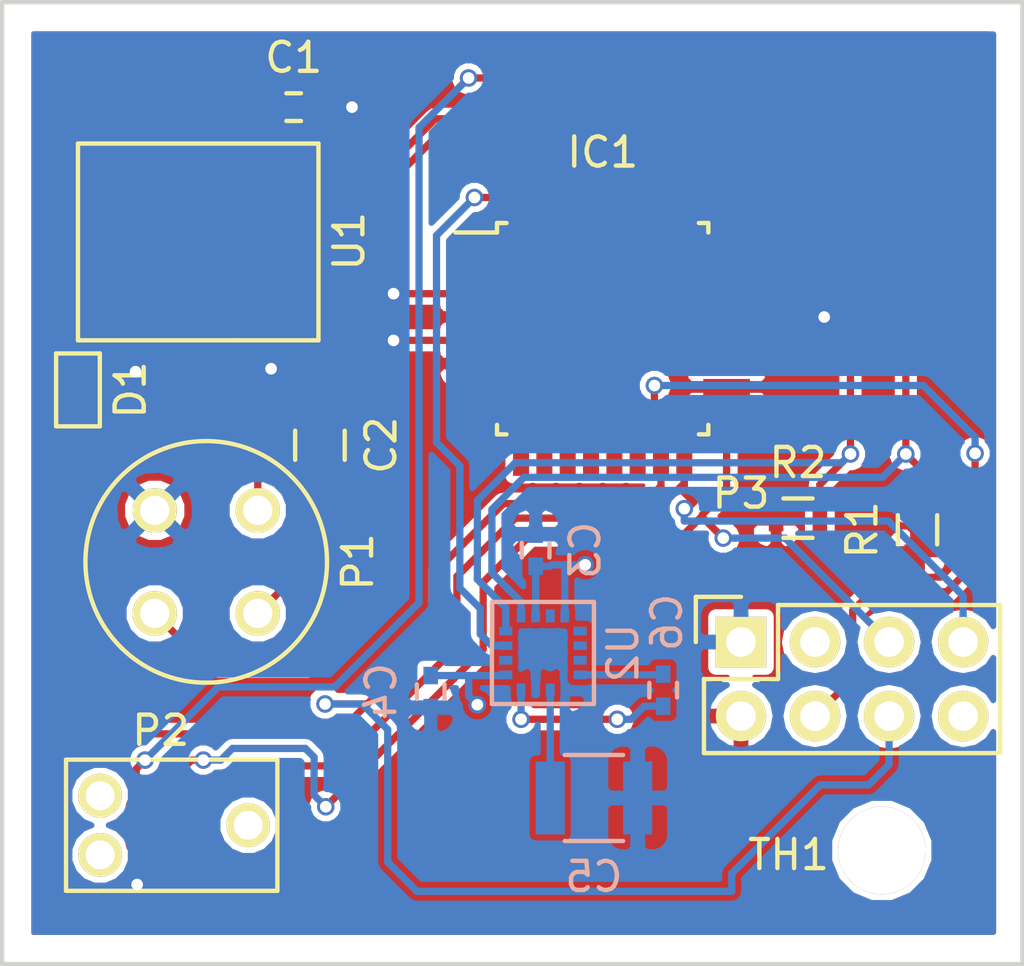
<source format=kicad_pcb>
(kicad_pcb (version 4) (host pcbnew 4.0.2-stable)

  (general
    (links 48)
    (no_connects 0)
    (area 112.288334 51.924999 150.075001 87.03626)
    (thickness 1.6)
    (drawings 4)
    (tracks 212)
    (zones 0)
    (modules 16)
    (nets 42)
  )

  (page A4)
  (layers
    (0 F.Cu signal)
    (31 B.Cu signal)
    (32 B.Adhes user)
    (33 F.Adhes user)
    (34 B.Paste user)
    (35 F.Paste user)
    (36 B.SilkS user)
    (37 F.SilkS user)
    (38 B.Mask user)
    (39 F.Mask user)
    (40 Dwgs.User user)
    (41 Cmts.User user)
    (42 Eco1.User user)
    (43 Eco2.User user)
    (44 Edge.Cuts user)
    (45 Margin user)
    (46 B.CrtYd user)
    (47 F.CrtYd user)
    (48 B.Fab user hide)
    (49 F.Fab user hide)
  )

  (setup
    (last_trace_width 0.25)
    (trace_clearance 0.16)
    (zone_clearance 0.2)
    (zone_45_only no)
    (trace_min 0.16)
    (segment_width 0.2)
    (edge_width 0.15)
    (via_size 0.6)
    (via_drill 0.4)
    (via_min_size 0.4)
    (via_min_drill 0.3)
    (uvia_size 0.3)
    (uvia_drill 0.1)
    (uvias_allowed no)
    (uvia_min_size 0.2)
    (uvia_min_drill 0.1)
    (pcb_text_width 0.3)
    (pcb_text_size 1.5 1.5)
    (mod_edge_width 0.15)
    (mod_text_size 1 1)
    (mod_text_width 0.15)
    (pad_size 1.524 1.524)
    (pad_drill 0.762)
    (pad_to_mask_clearance 0.2)
    (aux_axis_origin 0 0)
    (visible_elements FFFFFF7F)
    (pcbplotparams
      (layerselection 0x010f0_80000001)
      (usegerberextensions false)
      (excludeedgelayer true)
      (linewidth 0.100000)
      (plotframeref false)
      (viasonmask false)
      (mode 1)
      (useauxorigin false)
      (hpglpennumber 1)
      (hpglpenspeed 20)
      (hpglpendiameter 15)
      (hpglpenoverlay 2)
      (psnegative false)
      (psa4output false)
      (plotreference true)
      (plotvalue true)
      (plotinvisibletext false)
      (padsonsilk false)
      (subtractmaskfromsilk false)
      (outputformat 1)
      (mirror false)
      (drillshape 0)
      (scaleselection 1)
      (outputdirectory Outputs/Gerbers/))
  )

  (net 0 "")
  (net 1 /VBAT)
  (net 2 Earth)
  (net 3 /VDD)
  (net 4 "Net-(C5-Pad1)")
  (net 5 "Net-(C6-Pad1)")
  (net 6 "Net-(C6-Pad2)")
  (net 7 "Net-(IC1-Pad1)")
  (net 8 "Net-(IC1-Pad2)")
  (net 9 "Net-(IC1-Pad7)")
  (net 10 "Net-(IC1-Pad8)")
  (net 11 "Net-(IC1-Pad9)")
  (net 12 "Net-(IC1-Pad10)")
  (net 13 "Net-(IC1-Pad11)")
  (net 14 "Net-(IC1-Pad12)")
  (net 15 "Net-(IC1-Pad13)")
  (net 16 /MOSI)
  (net 17 /MISO)
  (net 18 /SCK)
  (net 19 "Net-(IC1-Pad19)")
  (net 20 "Net-(IC1-Pad20)")
  (net 21 "Net-(IC1-Pad22)")
  (net 22 "Net-(IC1-Pad23)")
  (net 23 "Net-(IC1-Pad24)")
  (net 24 "Net-(IC1-Pad25)")
  (net 25 "Net-(IC1-Pad26)")
  (net 26 /I2C_SDA)
  (net 27 /I2C_SCL)
  (net 28 /RST)
  (net 29 /UART_RX)
  (net 30 /UART_TX)
  (net 31 /DRDY_MAG)
  (net 32 "Net-(U1-Pad4)")
  (net 33 "Net-(U2-Pad3)")
  (net 34 "Net-(U2-Pad14)")
  (net 35 "Net-(U2-Pad6)")
  (net 36 "Net-(U2-Pad7)")
  (net 37 "Net-(U2-Pad5)")
  (net 38 "Net-(TH1-Pad1)")
  (net 39 /CS_NRF)
  (net 40 "Net-(P3-Pad3)")
  (net 41 "Net-(P3-Pad8)")

  (net_class Default "This is the default net class."
    (clearance 0.16)
    (trace_width 0.25)
    (via_dia 0.6)
    (via_drill 0.4)
    (uvia_dia 0.3)
    (uvia_drill 0.1)
    (add_net /CS_NRF)
    (add_net /DRDY_MAG)
    (add_net /I2C_SCL)
    (add_net /I2C_SDA)
    (add_net /MISO)
    (add_net /MOSI)
    (add_net /RST)
    (add_net /SCK)
    (add_net /UART_RX)
    (add_net /UART_TX)
    (add_net /VBAT)
    (add_net /VDD)
    (add_net Earth)
    (add_net "Net-(C5-Pad1)")
    (add_net "Net-(C6-Pad1)")
    (add_net "Net-(C6-Pad2)")
    (add_net "Net-(IC1-Pad1)")
    (add_net "Net-(IC1-Pad10)")
    (add_net "Net-(IC1-Pad11)")
    (add_net "Net-(IC1-Pad12)")
    (add_net "Net-(IC1-Pad13)")
    (add_net "Net-(IC1-Pad19)")
    (add_net "Net-(IC1-Pad2)")
    (add_net "Net-(IC1-Pad20)")
    (add_net "Net-(IC1-Pad22)")
    (add_net "Net-(IC1-Pad23)")
    (add_net "Net-(IC1-Pad24)")
    (add_net "Net-(IC1-Pad25)")
    (add_net "Net-(IC1-Pad26)")
    (add_net "Net-(IC1-Pad7)")
    (add_net "Net-(IC1-Pad8)")
    (add_net "Net-(IC1-Pad9)")
    (add_net "Net-(P3-Pad3)")
    (add_net "Net-(P3-Pad8)")
    (add_net "Net-(TH1-Pad1)")
    (add_net "Net-(U1-Pad4)")
    (add_net "Net-(U2-Pad14)")
    (add_net "Net-(U2-Pad3)")
    (add_net "Net-(U2-Pad5)")
    (add_net "Net-(U2-Pad6)")
    (add_net "Net-(U2-Pad7)")
  )

  (module Capacitors_SMD:C_0402 (layer F.Cu) (tedit 5415D599) (tstamp 56F433BE)
    (at 125 55.6)
    (descr "Capacitor SMD 0402, reflow soldering, AVX (see smccp.pdf)")
    (tags "capacitor 0402")
    (path /56F2EDA3)
    (attr smd)
    (fp_text reference C1 (at 0 -1.7) (layer F.SilkS)
      (effects (font (size 1 1) (thickness 0.15)))
    )
    (fp_text value "0.1 uF" (at 0 1.7) (layer F.Fab)
      (effects (font (size 1 1) (thickness 0.15)))
    )
    (fp_line (start -1.15 -0.6) (end 1.15 -0.6) (layer F.CrtYd) (width 0.05))
    (fp_line (start -1.15 0.6) (end 1.15 0.6) (layer F.CrtYd) (width 0.05))
    (fp_line (start -1.15 -0.6) (end -1.15 0.6) (layer F.CrtYd) (width 0.05))
    (fp_line (start 1.15 -0.6) (end 1.15 0.6) (layer F.CrtYd) (width 0.05))
    (fp_line (start 0.25 -0.475) (end -0.25 -0.475) (layer F.SilkS) (width 0.15))
    (fp_line (start -0.25 0.475) (end 0.25 0.475) (layer F.SilkS) (width 0.15))
    (pad 1 smd rect (at -0.55 0) (size 0.6 0.5) (layers F.Cu F.Paste F.Mask)
      (net 1 /VBAT))
    (pad 2 smd rect (at 0.55 0) (size 0.6 0.5) (layers F.Cu F.Paste F.Mask)
      (net 2 Earth))
    (model Capacitors_SMD.3dshapes/C_0402.wrl
      (at (xyz 0 0 0))
      (scale (xyz 1 1 1))
      (rotate (xyz 0 0 0))
    )
  )

  (module Capacitors_SMD:C_0805 (layer F.Cu) (tedit 5415D6EA) (tstamp 56F433C4)
    (at 125.9 67.2 270)
    (descr "Capacitor SMD 0805, reflow soldering, AVX (see smccp.pdf)")
    (tags "capacitor 0805")
    (path /56F2EDE4)
    (attr smd)
    (fp_text reference C2 (at 0 -2.1 270) (layer F.SilkS)
      (effects (font (size 1 1) (thickness 0.15)))
    )
    (fp_text value "10 uF" (at 0 2.1 270) (layer F.Fab)
      (effects (font (size 1 1) (thickness 0.15)))
    )
    (fp_line (start -1.8 -1) (end 1.8 -1) (layer F.CrtYd) (width 0.05))
    (fp_line (start -1.8 1) (end 1.8 1) (layer F.CrtYd) (width 0.05))
    (fp_line (start -1.8 -1) (end -1.8 1) (layer F.CrtYd) (width 0.05))
    (fp_line (start 1.8 -1) (end 1.8 1) (layer F.CrtYd) (width 0.05))
    (fp_line (start 0.5 -0.85) (end -0.5 -0.85) (layer F.SilkS) (width 0.15))
    (fp_line (start -0.5 0.85) (end 0.5 0.85) (layer F.SilkS) (width 0.15))
    (pad 1 smd rect (at -1 0 270) (size 1 1.25) (layers F.Cu F.Paste F.Mask)
      (net 3 /VDD))
    (pad 2 smd rect (at 1 0 270) (size 1 1.25) (layers F.Cu F.Paste F.Mask)
      (net 2 Earth))
    (model Capacitors_SMD.3dshapes/C_0805.wrl
      (at (xyz 0 0 0))
      (scale (xyz 1 1 1))
      (rotate (xyz 0 0 0))
    )
  )

  (module Capacitors_SMD:C_0402 (layer B.Cu) (tedit 5415D599) (tstamp 56F433CA)
    (at 133.3 70.8 90)
    (descr "Capacitor SMD 0402, reflow soldering, AVX (see smccp.pdf)")
    (tags "capacitor 0402")
    (path /56F2FFB9)
    (attr smd)
    (fp_text reference C3 (at 0 1.7 90) (layer B.SilkS)
      (effects (font (size 1 1) (thickness 0.15)) (justify mirror))
    )
    (fp_text value "0.1 uF" (at 0 -1.7 90) (layer B.Fab)
      (effects (font (size 1 1) (thickness 0.15)) (justify mirror))
    )
    (fp_line (start -1.15 0.6) (end 1.15 0.6) (layer B.CrtYd) (width 0.05))
    (fp_line (start -1.15 -0.6) (end 1.15 -0.6) (layer B.CrtYd) (width 0.05))
    (fp_line (start -1.15 0.6) (end -1.15 -0.6) (layer B.CrtYd) (width 0.05))
    (fp_line (start 1.15 0.6) (end 1.15 -0.6) (layer B.CrtYd) (width 0.05))
    (fp_line (start 0.25 0.475) (end -0.25 0.475) (layer B.SilkS) (width 0.15))
    (fp_line (start -0.25 -0.475) (end 0.25 -0.475) (layer B.SilkS) (width 0.15))
    (pad 1 smd rect (at -0.55 0 90) (size 0.6 0.5) (layers B.Cu B.Paste B.Mask)
      (net 3 /VDD))
    (pad 2 smd rect (at 0.55 0 90) (size 0.6 0.5) (layers B.Cu B.Paste B.Mask)
      (net 2 Earth))
    (model Capacitors_SMD.3dshapes/C_0402.wrl
      (at (xyz 0 0 0))
      (scale (xyz 1 1 1))
      (rotate (xyz 0 0 0))
    )
  )

  (module Capacitors_SMD:C_0402 (layer B.Cu) (tedit 5415D599) (tstamp 56F433D0)
    (at 129.7 75.65 270)
    (descr "Capacitor SMD 0402, reflow soldering, AVX (see smccp.pdf)")
    (tags "capacitor 0402")
    (path /56F3011B)
    (attr smd)
    (fp_text reference C4 (at 0 1.7 270) (layer B.SilkS)
      (effects (font (size 1 1) (thickness 0.15)) (justify mirror))
    )
    (fp_text value "0.1 uF" (at 0 -1.7 270) (layer B.Fab)
      (effects (font (size 1 1) (thickness 0.15)) (justify mirror))
    )
    (fp_line (start -1.15 0.6) (end 1.15 0.6) (layer B.CrtYd) (width 0.05))
    (fp_line (start -1.15 -0.6) (end 1.15 -0.6) (layer B.CrtYd) (width 0.05))
    (fp_line (start -1.15 0.6) (end -1.15 -0.6) (layer B.CrtYd) (width 0.05))
    (fp_line (start 1.15 0.6) (end 1.15 -0.6) (layer B.CrtYd) (width 0.05))
    (fp_line (start 0.25 0.475) (end -0.25 0.475) (layer B.SilkS) (width 0.15))
    (fp_line (start -0.25 -0.475) (end 0.25 -0.475) (layer B.SilkS) (width 0.15))
    (pad 1 smd rect (at -0.55 0 270) (size 0.6 0.5) (layers B.Cu B.Paste B.Mask)
      (net 3 /VDD))
    (pad 2 smd rect (at 0.55 0 270) (size 0.6 0.5) (layers B.Cu B.Paste B.Mask)
      (net 2 Earth))
    (model Capacitors_SMD.3dshapes/C_0402.wrl
      (at (xyz 0 0 0))
      (scale (xyz 1 1 1))
      (rotate (xyz 0 0 0))
    )
  )

  (module Capacitors_SMD:C_1210 (layer B.Cu) (tedit 5415D85D) (tstamp 56F433D6)
    (at 135.3 79.3)
    (descr "Capacitor SMD 1210, reflow soldering, AVX (see smccp.pdf)")
    (tags "capacitor 1210")
    (path /56F303F6)
    (attr smd)
    (fp_text reference C5 (at 0 2.7) (layer B.SilkS)
      (effects (font (size 1 1) (thickness 0.15)) (justify mirror))
    )
    (fp_text value "4.7 uF" (at 0 -2.7) (layer B.Fab)
      (effects (font (size 1 1) (thickness 0.15)) (justify mirror))
    )
    (fp_line (start -2.3 1.6) (end 2.3 1.6) (layer B.CrtYd) (width 0.05))
    (fp_line (start -2.3 -1.6) (end 2.3 -1.6) (layer B.CrtYd) (width 0.05))
    (fp_line (start -2.3 1.6) (end -2.3 -1.6) (layer B.CrtYd) (width 0.05))
    (fp_line (start 2.3 1.6) (end 2.3 -1.6) (layer B.CrtYd) (width 0.05))
    (fp_line (start 1 1.475) (end -1 1.475) (layer B.SilkS) (width 0.15))
    (fp_line (start -1 -1.475) (end 1 -1.475) (layer B.SilkS) (width 0.15))
    (pad 1 smd rect (at -1.5 0) (size 1 2.5) (layers B.Cu B.Paste B.Mask)
      (net 4 "Net-(C5-Pad1)"))
    (pad 2 smd rect (at 1.5 0) (size 1 2.5) (layers B.Cu B.Paste B.Mask)
      (net 2 Earth))
    (model Capacitors_SMD.3dshapes/C_1210.wrl
      (at (xyz 0 0 0))
      (scale (xyz 1 1 1))
      (rotate (xyz 0 0 0))
    )
  )

  (module Capacitors_SMD:C_0402 (layer B.Cu) (tedit 5415D599) (tstamp 56F433DC)
    (at 137.675 75.6 90)
    (descr "Capacitor SMD 0402, reflow soldering, AVX (see smccp.pdf)")
    (tags "capacitor 0402")
    (path /56F2FBEA)
    (attr smd)
    (fp_text reference C6 (at 2.325 0.125 90) (layer B.SilkS)
      (effects (font (size 1 1) (thickness 0.15)) (justify mirror))
    )
    (fp_text value "0.22 uF" (at 0 -1.7 90) (layer B.Fab)
      (effects (font (size 1 1) (thickness 0.15)) (justify mirror))
    )
    (fp_line (start -1.15 0.6) (end 1.15 0.6) (layer B.CrtYd) (width 0.05))
    (fp_line (start -1.15 -0.6) (end 1.15 -0.6) (layer B.CrtYd) (width 0.05))
    (fp_line (start -1.15 0.6) (end -1.15 -0.6) (layer B.CrtYd) (width 0.05))
    (fp_line (start 1.15 0.6) (end 1.15 -0.6) (layer B.CrtYd) (width 0.05))
    (fp_line (start 0.25 0.475) (end -0.25 0.475) (layer B.SilkS) (width 0.15))
    (fp_line (start -0.25 -0.475) (end 0.25 -0.475) (layer B.SilkS) (width 0.15))
    (pad 1 smd rect (at -0.55 0 90) (size 0.6 0.5) (layers B.Cu B.Paste B.Mask)
      (net 5 "Net-(C6-Pad1)"))
    (pad 2 smd rect (at 0.55 0 90) (size 0.6 0.5) (layers B.Cu B.Paste B.Mask)
      (net 6 "Net-(C6-Pad2)"))
    (model Capacitors_SMD.3dshapes/C_0402.wrl
      (at (xyz 0 0 0))
      (scale (xyz 1 1 1))
      (rotate (xyz 0 0 0))
    )
  )

  (module Diodes:TVS_0603 (layer F.Cu) (tedit 56F2FFF0) (tstamp 56F433E2)
    (at 117.6 65.3 90)
    (path /56F2F061)
    (solder_mask_margin 0.05)
    (fp_text reference D1 (at 0 1.8 90) (layer F.SilkS)
      (effects (font (size 1 1) (thickness 0.15)))
    )
    (fp_text value TVS (at -0.3 -1.9 90) (layer F.Fab)
      (effects (font (size 1 1) (thickness 0.15)))
    )
    (fp_line (start -1.25 0.75) (end -1.25 -0.75) (layer F.SilkS) (width 0.15))
    (fp_line (start 1.25 0.75) (end -1.25 0.75) (layer F.SilkS) (width 0.15))
    (fp_line (start 1.25 -0.75) (end 1.25 0.75) (layer F.SilkS) (width 0.15))
    (fp_line (start -1.25 -0.75) (end 1.25 -0.75) (layer F.SilkS) (width 0.15))
    (pad 1 smd rect (at -0.625 0 90) (size 0.6 1) (layers F.Cu F.Paste F.Mask)
      (net 1 /VBAT))
    (pad 2 smd rect (at 0.625 0 90) (size 0.6 1) (layers F.Cu F.Paste F.Mask)
      (net 2 Earth))
  )

  (module Housings_QFP:TQFP-32_7x7mm_Pitch0.8mm (layer F.Cu) (tedit 54130A77) (tstamp 56F43406)
    (at 135.6 63.2)
    (descr "32-Lead Plastic Thin Quad Flatpack (PT) - 7x7x1.0 mm Body, 2.00 mm [TQFP] (see Microchip Packaging Specification 00000049BS.pdf)")
    (tags "QFP 0.8")
    (path /56F13B84)
    (attr smd)
    (fp_text reference IC1 (at 0 -6.05) (layer F.SilkS)
      (effects (font (size 1 1) (thickness 0.15)))
    )
    (fp_text value ATMEGA328P-A (at 0 6.05) (layer F.Fab)
      (effects (font (size 1 1) (thickness 0.15)))
    )
    (fp_line (start -5.3 -5.3) (end -5.3 5.3) (layer F.CrtYd) (width 0.05))
    (fp_line (start 5.3 -5.3) (end 5.3 5.3) (layer F.CrtYd) (width 0.05))
    (fp_line (start -5.3 -5.3) (end 5.3 -5.3) (layer F.CrtYd) (width 0.05))
    (fp_line (start -5.3 5.3) (end 5.3 5.3) (layer F.CrtYd) (width 0.05))
    (fp_line (start -3.625 -3.625) (end -3.625 -3.3) (layer F.SilkS) (width 0.15))
    (fp_line (start 3.625 -3.625) (end 3.625 -3.3) (layer F.SilkS) (width 0.15))
    (fp_line (start 3.625 3.625) (end 3.625 3.3) (layer F.SilkS) (width 0.15))
    (fp_line (start -3.625 3.625) (end -3.625 3.3) (layer F.SilkS) (width 0.15))
    (fp_line (start -3.625 -3.625) (end -3.3 -3.625) (layer F.SilkS) (width 0.15))
    (fp_line (start -3.625 3.625) (end -3.3 3.625) (layer F.SilkS) (width 0.15))
    (fp_line (start 3.625 3.625) (end 3.3 3.625) (layer F.SilkS) (width 0.15))
    (fp_line (start 3.625 -3.625) (end 3.3 -3.625) (layer F.SilkS) (width 0.15))
    (fp_line (start -3.625 -3.3) (end -5.05 -3.3) (layer F.SilkS) (width 0.15))
    (pad 1 smd rect (at -4.25 -2.8) (size 1.6 0.55) (layers F.Cu F.Paste F.Mask)
      (net 7 "Net-(IC1-Pad1)"))
    (pad 2 smd rect (at -4.25 -2) (size 1.6 0.55) (layers F.Cu F.Paste F.Mask)
      (net 8 "Net-(IC1-Pad2)"))
    (pad 3 smd rect (at -4.25 -1.2) (size 1.6 0.55) (layers F.Cu F.Paste F.Mask)
      (net 2 Earth))
    (pad 4 smd rect (at -4.25 -0.4) (size 1.6 0.55) (layers F.Cu F.Paste F.Mask)
      (net 3 /VDD))
    (pad 5 smd rect (at -4.25 0.4) (size 1.6 0.55) (layers F.Cu F.Paste F.Mask)
      (net 2 Earth))
    (pad 6 smd rect (at -4.25 1.2) (size 1.6 0.55) (layers F.Cu F.Paste F.Mask)
      (net 3 /VDD))
    (pad 7 smd rect (at -4.25 2) (size 1.6 0.55) (layers F.Cu F.Paste F.Mask)
      (net 9 "Net-(IC1-Pad7)"))
    (pad 8 smd rect (at -4.25 2.8) (size 1.6 0.55) (layers F.Cu F.Paste F.Mask)
      (net 10 "Net-(IC1-Pad8)"))
    (pad 9 smd rect (at -2.8 4.25 90) (size 1.6 0.55) (layers F.Cu F.Paste F.Mask)
      (net 11 "Net-(IC1-Pad9)"))
    (pad 10 smd rect (at -2 4.25 90) (size 1.6 0.55) (layers F.Cu F.Paste F.Mask)
      (net 12 "Net-(IC1-Pad10)"))
    (pad 11 smd rect (at -1.2 4.25 90) (size 1.6 0.55) (layers F.Cu F.Paste F.Mask)
      (net 13 "Net-(IC1-Pad11)"))
    (pad 12 smd rect (at -0.4 4.25 90) (size 1.6 0.55) (layers F.Cu F.Paste F.Mask)
      (net 14 "Net-(IC1-Pad12)"))
    (pad 13 smd rect (at 0.4 4.25 90) (size 1.6 0.55) (layers F.Cu F.Paste F.Mask)
      (net 15 "Net-(IC1-Pad13)"))
    (pad 14 smd rect (at 1.2 4.25 90) (size 1.6 0.55) (layers F.Cu F.Paste F.Mask)
      (net 39 /CS_NRF))
    (pad 15 smd rect (at 2 4.25 90) (size 1.6 0.55) (layers F.Cu F.Paste F.Mask)
      (net 16 /MOSI))
    (pad 16 smd rect (at 2.8 4.25 90) (size 1.6 0.55) (layers F.Cu F.Paste F.Mask)
      (net 17 /MISO))
    (pad 17 smd rect (at 4.25 2.8) (size 1.6 0.55) (layers F.Cu F.Paste F.Mask)
      (net 18 /SCK))
    (pad 18 smd rect (at 4.25 2) (size 1.6 0.55) (layers F.Cu F.Paste F.Mask)
      (net 3 /VDD))
    (pad 19 smd rect (at 4.25 1.2) (size 1.6 0.55) (layers F.Cu F.Paste F.Mask)
      (net 19 "Net-(IC1-Pad19)"))
    (pad 20 smd rect (at 4.25 0.4) (size 1.6 0.55) (layers F.Cu F.Paste F.Mask)
      (net 20 "Net-(IC1-Pad20)"))
    (pad 21 smd rect (at 4.25 -0.4) (size 1.6 0.55) (layers F.Cu F.Paste F.Mask)
      (net 2 Earth))
    (pad 22 smd rect (at 4.25 -1.2) (size 1.6 0.55) (layers F.Cu F.Paste F.Mask)
      (net 21 "Net-(IC1-Pad22)"))
    (pad 23 smd rect (at 4.25 -2) (size 1.6 0.55) (layers F.Cu F.Paste F.Mask)
      (net 22 "Net-(IC1-Pad23)"))
    (pad 24 smd rect (at 4.25 -2.8) (size 1.6 0.55) (layers F.Cu F.Paste F.Mask)
      (net 23 "Net-(IC1-Pad24)"))
    (pad 25 smd rect (at 2.8 -4.25 90) (size 1.6 0.55) (layers F.Cu F.Paste F.Mask)
      (net 24 "Net-(IC1-Pad25)"))
    (pad 26 smd rect (at 2 -4.25 90) (size 1.6 0.55) (layers F.Cu F.Paste F.Mask)
      (net 25 "Net-(IC1-Pad26)"))
    (pad 27 smd rect (at 1.2 -4.25 90) (size 1.6 0.55) (layers F.Cu F.Paste F.Mask)
      (net 26 /I2C_SDA))
    (pad 28 smd rect (at 0.4 -4.25 90) (size 1.6 0.55) (layers F.Cu F.Paste F.Mask)
      (net 27 /I2C_SCL))
    (pad 29 smd rect (at -0.4 -4.25 90) (size 1.6 0.55) (layers F.Cu F.Paste F.Mask)
      (net 28 /RST))
    (pad 30 smd rect (at -1.2 -4.25 90) (size 1.6 0.55) (layers F.Cu F.Paste F.Mask)
      (net 29 /UART_RX))
    (pad 31 smd rect (at -2 -4.25 90) (size 1.6 0.55) (layers F.Cu F.Paste F.Mask)
      (net 30 /UART_TX))
    (pad 32 smd rect (at -2.8 -4.25 90) (size 1.6 0.55) (layers F.Cu F.Paste F.Mask)
      (net 31 /DRDY_MAG))
    (model Housings_QFP.3dshapes/TQFP-32_7x7mm_Pitch0.8mm.wrl
      (at (xyz 0 0 0))
      (scale (xyz 1 1 1))
      (rotate (xyz 0 0 0))
    )
  )

  (module connectors:12-04PFFP-SF8001 (layer F.Cu) (tedit 56F2F9C2) (tstamp 56F4340F)
    (at 122 71.2 90)
    (path /56F30E08)
    (fp_text reference P1 (at 0 5.2 90) (layer F.SilkS)
      (effects (font (size 1 1) (thickness 0.15)))
    )
    (fp_text value 12-04PFFP-SF8001 (at -0.4 -5 90) (layer F.Fab)
      (effects (font (size 1 1) (thickness 0.15)))
    )
    (fp_circle (center 0 0) (end 3.9 -1.4) (layer F.SilkS) (width 0.15))
    (pad 1 thru_hole circle (at 1.7678 1.7678 90) (size 1.524 1.524) (drill 1) (layers *.Cu *.Mask F.SilkS)
      (net 1 /VBAT))
    (pad 2 thru_hole circle (at 1.7678 -1.7678 90) (size 1.524 1.524) (drill 1) (layers *.Cu *.Mask F.SilkS)
      (net 2 Earth))
    (pad 3 thru_hole circle (at -1.7678 -1.7678 90) (size 1.524 1.524) (drill 1) (layers *.Cu *.Mask F.SilkS)
      (net 30 /UART_TX))
    (pad 4 thru_hole circle (at -1.7678 1.7678 90) (size 1.524 1.524) (drill 1) (layers *.Cu *.Mask F.SilkS)
      (net 29 /UART_RX))
  )

  (module connectors:TC2030-IDC-NL-AVR (layer F.Cu) (tedit 56F30336) (tstamp 56F43421)
    (at 123.44 80.235 180)
    (path /56F2E511)
    (solder_mask_margin 0.06)
    (fp_text reference P2 (at 3 3.25 180) (layer F.SilkS)
      (effects (font (size 1 1) (thickness 0.15)))
    )
    (fp_text value TC2030-IDC-NL-AVR (at 2.75 -3.25 180) (layer F.Fab)
      (effects (font (size 1 1) (thickness 0.15)))
    )
    (fp_line (start -1 -2.25) (end 5 -2.25) (layer F.SilkS) (width 0.15))
    (fp_line (start -1 2.25) (end -1 -2.25) (layer F.SilkS) (width 0.15))
    (fp_line (start 6.25 2.25) (end -1 2.25) (layer F.SilkS) (width 0.15))
    (fp_line (start 6.25 -2.25) (end 6.25 2.25) (layer F.SilkS) (width 0.15))
    (fp_line (start 5 -2.25) (end 6.25 -2.25) (layer F.SilkS) (width 0.15))
    (pad "" np_thru_hole circle (at 5.08 -1.016 180) (size 1.5 1.5) (drill 0.991) (layers *.Cu *.Mask F.SilkS))
    (pad "" np_thru_hole circle (at 5.08 1.016 180) (size 1.5 1.5) (drill 0.991) (layers *.Cu *.Mask F.SilkS))
    (pad "" np_thru_hole circle (at 0 0 180) (size 1.5 1.5) (drill 0.991) (layers *.Cu *.Mask F.SilkS))
    (pad 1 smd circle (at 1.27 0.635 180) (size 0.787 0.787) (layers F.Cu F.Paste F.Mask)
      (net 17 /MISO))
    (pad 2 smd circle (at 1.27 -0.635 180) (size 0.787 0.787) (layers F.Cu F.Paste F.Mask)
      (net 3 /VDD))
    (pad 3 smd circle (at 2.54 0.635 180) (size 0.787 0.787) (layers F.Cu F.Paste F.Mask)
      (net 18 /SCK))
    (pad 4 smd circle (at 2.54 -0.635 180) (size 0.787 0.787) (layers F.Cu F.Paste F.Mask)
      (net 16 /MOSI))
    (pad 5 smd circle (at 3.81 0.635 180) (size 0.787 0.787) (layers F.Cu F.Paste F.Mask)
      (net 28 /RST))
    (pad 6 smd circle (at 3.81 -0.635 180) (size 0.787 0.787) (layers F.Cu F.Paste F.Mask)
      (net 2 Earth))
  )

  (module Resistors_SMD:R_0603 (layer F.Cu) (tedit 5415CC62) (tstamp 56F43427)
    (at 146.4 70.1 90)
    (descr "Resistor SMD 0603, reflow soldering, Vishay (see dcrcw.pdf)")
    (tags "resistor 0603")
    (path /56F306D4)
    (attr smd)
    (fp_text reference R1 (at 0 -1.9 90) (layer F.SilkS)
      (effects (font (size 1 1) (thickness 0.15)))
    )
    (fp_text value 2.2K (at 0 1.9 90) (layer F.Fab)
      (effects (font (size 1 1) (thickness 0.15)))
    )
    (fp_line (start -1.3 -0.8) (end 1.3 -0.8) (layer F.CrtYd) (width 0.05))
    (fp_line (start -1.3 0.8) (end 1.3 0.8) (layer F.CrtYd) (width 0.05))
    (fp_line (start -1.3 -0.8) (end -1.3 0.8) (layer F.CrtYd) (width 0.05))
    (fp_line (start 1.3 -0.8) (end 1.3 0.8) (layer F.CrtYd) (width 0.05))
    (fp_line (start 0.5 0.675) (end -0.5 0.675) (layer F.SilkS) (width 0.15))
    (fp_line (start -0.5 -0.675) (end 0.5 -0.675) (layer F.SilkS) (width 0.15))
    (pad 1 smd rect (at -0.75 0 90) (size 0.5 0.9) (layers F.Cu F.Paste F.Mask)
      (net 3 /VDD))
    (pad 2 smd rect (at 0.75 0 90) (size 0.5 0.9) (layers F.Cu F.Paste F.Mask)
      (net 27 /I2C_SCL))
    (model Resistors_SMD.3dshapes/R_0603.wrl
      (at (xyz 0 0 0))
      (scale (xyz 1 1 1))
      (rotate (xyz 0 0 0))
    )
  )

  (module Resistors_SMD:R_0603 (layer F.Cu) (tedit 5415CC62) (tstamp 56F4342D)
    (at 142.3 69.7)
    (descr "Resistor SMD 0603, reflow soldering, Vishay (see dcrcw.pdf)")
    (tags "resistor 0603")
    (path /56F307A7)
    (attr smd)
    (fp_text reference R2 (at 0 -1.9) (layer F.SilkS)
      (effects (font (size 1 1) (thickness 0.15)))
    )
    (fp_text value 2.2K (at 0 1.9) (layer F.Fab)
      (effects (font (size 1 1) (thickness 0.15)))
    )
    (fp_line (start -1.3 -0.8) (end 1.3 -0.8) (layer F.CrtYd) (width 0.05))
    (fp_line (start -1.3 0.8) (end 1.3 0.8) (layer F.CrtYd) (width 0.05))
    (fp_line (start -1.3 -0.8) (end -1.3 0.8) (layer F.CrtYd) (width 0.05))
    (fp_line (start 1.3 -0.8) (end 1.3 0.8) (layer F.CrtYd) (width 0.05))
    (fp_line (start 0.5 0.675) (end -0.5 0.675) (layer F.SilkS) (width 0.15))
    (fp_line (start -0.5 -0.675) (end 0.5 -0.675) (layer F.SilkS) (width 0.15))
    (pad 1 smd rect (at -0.75 0) (size 0.5 0.9) (layers F.Cu F.Paste F.Mask)
      (net 3 /VDD))
    (pad 2 smd rect (at 0.75 0) (size 0.5 0.9) (layers F.Cu F.Paste F.Mask)
      (net 26 /I2C_SDA))
    (model Resistors_SMD.3dshapes/R_0603.wrl
      (at (xyz 0 0 0))
      (scale (xyz 1 1 1))
      (rotate (xyz 0 0 0))
    )
  )

  (module PowerPackages:SOT-223 (layer F.Cu) (tedit 56F2FF15) (tstamp 56F43435)
    (at 121.6 60.1 90)
    (path /56F1439A)
    (fp_text reference U1 (at -0.1 5.3 90) (layer F.SilkS)
      (effects (font (size 1 1) (thickness 0.15)))
    )
    (fp_text value LD1117 (at -0.1 -5 90) (layer F.Fab)
      (effects (font (size 1 1) (thickness 0.15)))
    )
    (fp_line (start -3.5 4.25) (end -3.5 1.5) (layer F.SilkS) (width 0.15))
    (fp_line (start 3.25 4.25) (end -3.5 4.25) (layer F.SilkS) (width 0.15))
    (fp_line (start 3.25 -4) (end 3.25 4.25) (layer F.SilkS) (width 0.15))
    (fp_line (start -3.5 -4) (end 3.25 -4) (layer F.SilkS) (width 0.15))
    (fp_line (start -3.5 1.5) (end -3.5 -4) (layer F.SilkS) (width 0.15))
    (pad 1 smd rect (at -2.3 2.625 90) (size 0.7 1.75) (layers F.Cu F.Paste F.Mask)
      (net 2 Earth))
    (pad 2 smd rect (at 0 2.625 90) (size 0.7 1.75) (layers F.Cu F.Paste F.Mask)
      (net 3 /VDD))
    (pad 3 smd rect (at 2.3 2.625 90) (size 0.7 1.75) (layers F.Cu F.Paste F.Mask)
      (net 1 /VBAT))
    (pad 4 smd rect (at 0 -2.625 90) (size 3 1.75) (layers F.Cu F.Paste F.Mask)
      (net 32 "Net-(U1-Pad4)"))
  )

  (module LCC:LCC16 (layer B.Cu) (tedit 56F3060E) (tstamp 56F4344D)
    (at 133.55 74.325 270)
    (path /56F2E785)
    (solder_mask_margin 0.04)
    (fp_text reference U2 (at 0 -2.75 270) (layer B.SilkS)
      (effects (font (size 1 1) (thickness 0.15)) (justify mirror))
    )
    (fp_text value HMC5883 (at -0.25 2.75 270) (layer B.Fab)
      (effects (font (size 1 1) (thickness 0.15)) (justify mirror))
    )
    (fp_line (start -1.75 -1.75) (end -1.75 1.75) (layer B.SilkS) (width 0.15))
    (fp_line (start 1.75 -1.75) (end -1.75 -1.75) (layer B.SilkS) (width 0.15))
    (fp_line (start 1.75 1.75) (end 1.75 -1.75) (layer B.SilkS) (width 0.15))
    (fp_line (start -1.75 1.75) (end 1.75 1.75) (layer B.SilkS) (width 0.15))
    (pad 10 smd rect (at 1.275 -0.25 270) (size 0.45 0.3) (layers B.Cu B.Paste B.Mask)
      (net 4 "Net-(C5-Pad1)"))
    (pad 11 smd rect (at 1.275 0.25 270) (size 0.45 0.3) (layers B.Cu B.Paste B.Mask)
      (net 2 Earth))
    (pad 9 smd rect (at 1.275 -0.75 270) (size 0.45 0.3) (layers B.Cu B.Paste B.Mask)
      (net 2 Earth))
    (pad 12 smd rect (at 1.275 0.75 270) (size 0.45 0.3) (layers B.Cu B.Paste B.Mask)
      (net 5 "Net-(C6-Pad1)"))
    (pad 4 smd rect (at -1.275 -0.75 270) (size 0.45 0.3) (layers B.Cu B.Paste B.Mask)
      (net 3 /VDD))
    (pad 3 smd rect (at -1.275 -0.25 270) (size 0.45 0.3) (layers B.Cu B.Paste B.Mask)
      (net 33 "Net-(U2-Pad3)"))
    (pad 2 smd rect (at -1.275 0.25 270) (size 0.45 0.3) (layers B.Cu B.Paste B.Mask)
      (net 3 /VDD))
    (pad 1 smd rect (at -1.275 0.75 270) (size 0.45 0.3) (layers B.Cu B.Paste B.Mask)
      (net 27 /I2C_SCL))
    (pad 14 smd rect (at 0.25 1.275 270) (size 0.3 0.45) (layers B.Cu B.Paste B.Mask)
      (net 34 "Net-(U2-Pad14)"))
    (pad 15 smd rect (at -0.25 1.275 270) (size 0.3 0.45) (layers B.Cu B.Paste B.Mask)
      (net 31 /DRDY_MAG))
    (pad 16 smd rect (at -0.75 1.275 270) (size 0.3 0.45) (layers B.Cu B.Paste B.Mask)
      (net 26 /I2C_SDA))
    (pad 13 smd rect (at 0.75 1.275 270) (size 0.3 0.45) (layers B.Cu B.Paste B.Mask)
      (net 3 /VDD))
    (pad 6 smd rect (at -0.25 -1.275 270) (size 0.3 0.45) (layers B.Cu B.Paste B.Mask)
      (net 35 "Net-(U2-Pad6)"))
    (pad 7 smd rect (at 0.25 -1.275 270) (size 0.3 0.45) (layers B.Cu B.Paste B.Mask)
      (net 36 "Net-(U2-Pad7)"))
    (pad 5 smd rect (at -0.75 -1.275 270) (size 0.3 0.45) (layers B.Cu B.Paste B.Mask)
      (net 37 "Net-(U2-Pad5)"))
    (pad 8 smd rect (at 0.75 -1.275 270) (size 0.3 0.45) (layers B.Cu B.Paste B.Mask)
      (net 6 "Net-(C6-Pad2)"))
  )

  (module Mounting_Holes:MountingHole_3mm (layer F.Cu) (tedit 0) (tstamp 56F37706)
    (at 145.175 81.1)
    (descr "Mounting hole, Befestigungsbohrung, 3mm, No Annular, Kein Restring,")
    (tags "Mounting hole, Befestigungsbohrung, 3mm, No Annular, Kein Restring,")
    (path /56F378D7)
    (fp_text reference TH1 (at -3.2 0.15) (layer F.SilkS)
      (effects (font (size 1 1) (thickness 0.15)))
    )
    (fp_text value PTH (at 1.00076 5.00126) (layer F.Fab)
      (effects (font (size 1 1) (thickness 0.15)))
    )
    (fp_circle (center 0 0) (end 3 0) (layer Cmts.User) (width 0.381))
    (pad 1 thru_hole circle (at 0 0) (size 3 3) (drill 3) (layers)
      (net 38 "Net-(TH1-Pad1)"))
  )

  (module Socket_Strips:Socket_Strip_Straight_2x04 (layer F.Cu) (tedit 0) (tstamp 572A9ECC)
    (at 140.345 73.95)
    (descr "Through hole socket strip")
    (tags "socket strip")
    (path /572A2FC7)
    (fp_text reference P3 (at 0 -5.1) (layer F.SilkS)
      (effects (font (size 1 1) (thickness 0.15)))
    )
    (fp_text value CONN_02X04 (at 0 -3.1) (layer F.Fab)
      (effects (font (size 1 1) (thickness 0.15)))
    )
    (fp_line (start -1.75 -1.75) (end -1.75 4.3) (layer F.CrtYd) (width 0.05))
    (fp_line (start 9.4 -1.75) (end 9.4 4.3) (layer F.CrtYd) (width 0.05))
    (fp_line (start -1.75 -1.75) (end 9.4 -1.75) (layer F.CrtYd) (width 0.05))
    (fp_line (start -1.75 4.3) (end 9.4 4.3) (layer F.CrtYd) (width 0.05))
    (fp_line (start 1.27 -1.27) (end 8.89 -1.27) (layer F.SilkS) (width 0.15))
    (fp_line (start 8.89 -1.27) (end 8.89 3.81) (layer F.SilkS) (width 0.15))
    (fp_line (start 8.89 3.81) (end -1.27 3.81) (layer F.SilkS) (width 0.15))
    (fp_line (start -1.27 3.81) (end -1.27 1.27) (layer F.SilkS) (width 0.15))
    (fp_line (start 0 -1.55) (end -1.55 -1.55) (layer F.SilkS) (width 0.15))
    (fp_line (start -1.27 1.27) (end 1.27 1.27) (layer F.SilkS) (width 0.15))
    (fp_line (start 1.27 1.27) (end 1.27 -1.27) (layer F.SilkS) (width 0.15))
    (fp_line (start -1.55 -1.55) (end -1.55 0) (layer F.SilkS) (width 0.15))
    (pad 1 thru_hole rect (at 0 0) (size 1.7272 1.7272) (drill 1.016) (layers *.Cu *.Mask F.SilkS)
      (net 2 Earth))
    (pad 2 thru_hole oval (at 0 2.54) (size 1.7272 1.7272) (drill 1.016) (layers *.Cu *.Mask F.SilkS)
      (net 3 /VDD))
    (pad 3 thru_hole oval (at 2.54 0) (size 1.7272 1.7272) (drill 1.016) (layers *.Cu *.Mask F.SilkS)
      (net 40 "Net-(P3-Pad3)"))
    (pad 4 thru_hole oval (at 2.54 2.54) (size 1.7272 1.7272) (drill 1.016) (layers *.Cu *.Mask F.SilkS)
      (net 39 /CS_NRF))
    (pad 5 thru_hole oval (at 5.08 0) (size 1.7272 1.7272) (drill 1.016) (layers *.Cu *.Mask F.SilkS)
      (net 18 /SCK))
    (pad 6 thru_hole oval (at 5.08 2.54) (size 1.7272 1.7272) (drill 1.016) (layers *.Cu *.Mask F.SilkS)
      (net 16 /MOSI))
    (pad 7 thru_hole oval (at 7.62 0) (size 1.7272 1.7272) (drill 1.016) (layers *.Cu *.Mask F.SilkS)
      (net 17 /MISO))
    (pad 8 thru_hole oval (at 7.62 2.54) (size 1.7272 1.7272) (drill 1.016) (layers *.Cu *.Mask F.SilkS)
      (net 41 "Net-(P3-Pad8)"))
    (model Socket_Strips.3dshapes/Socket_Strip_Straight_2x04.wrl
      (at (xyz 0.15 -0.05 0))
      (scale (xyz 1 1 1))
      (rotate (xyz 0 0 180))
    )
  )

  (gr_line (start 150 85) (end 115 85) (layer Edge.Cuts) (width 0.15))
  (gr_line (start 150 52) (end 150 85) (layer Edge.Cuts) (width 0.15))
  (gr_line (start 115 52) (end 150 52) (layer Edge.Cuts) (width 0.15))
  (gr_line (start 115 85) (end 115 52) (layer Edge.Cuts) (width 0.15))

  (segment (start 124.225 57.8) (end 124.225 55.825) (width 0.25) (layer F.Cu) (net 1))
  (segment (start 124.225 55.825) (end 124.45 55.6) (width 0.25) (layer F.Cu) (net 1))
  (segment (start 121.7 58.5) (end 121.7 65.9) (width 0.25) (layer F.Cu) (net 1))
  (segment (start 121.7 65.9) (end 121.7 66.1644) (width 0.25) (layer F.Cu) (net 1))
  (segment (start 117.6 65.925) (end 121.675 65.925) (width 0.25) (layer F.Cu) (net 1))
  (segment (start 121.675 65.925) (end 121.7 65.9) (width 0.25) (layer F.Cu) (net 1))
  (segment (start 124.225 57.8) (end 122.4 57.8) (width 0.25) (layer F.Cu) (net 1))
  (segment (start 123.7678 68.2322) (end 123.7678 69.4322) (width 0.25) (layer F.Cu) (net 1))
  (segment (start 122.4 57.8) (end 121.7 58.5) (width 0.25) (layer F.Cu) (net 1))
  (segment (start 121.7 66.1644) (end 123.7678 68.2322) (width 0.25) (layer F.Cu) (net 1))
  (segment (start 125.9 68.2) (end 125.025 68.2) (width 0.25) (layer F.Cu) (net 2))
  (segment (start 125.025 68.2) (end 124.225 67.4) (width 0.25) (layer F.Cu) (net 2))
  (segment (start 124.225 67.4) (end 124.225 64.999264) (width 0.25) (layer F.Cu) (net 2))
  (segment (start 124.225 64.999264) (end 124.225 64.575) (width 0.25) (layer F.Cu) (net 2))
  (via (at 119.63 82.27) (size 0.6) (drill 0.4) (layers F.Cu B.Cu) (net 2))
  (segment (start 119.63 80.87) (end 119.63 82.27) (width 0.25) (layer F.Cu) (net 2))
  (via (at 127 55.6) (size 0.6) (drill 0.4) (layers F.Cu B.Cu) (net 2))
  (segment (start 125.55 55.6) (end 127 55.6) (width 0.25) (layer F.Cu) (net 2))
  (segment (start 131.35 63.6) (end 128.427802 63.6) (width 0.25) (layer F.Cu) (net 2))
  (via (at 128.42502 62) (size 0.6) (drill 0.4) (layers F.Cu B.Cu) (net 2))
  (segment (start 131.35 62) (end 128.42502 62) (width 0.25) (layer F.Cu) (net 2))
  (segment (start 128.427802 63.6) (end 128.425013 63.602789) (width 0.25) (layer F.Cu) (net 2))
  (via (at 128.425013 63.602789) (size 0.6) (drill 0.4) (layers F.Cu B.Cu) (net 2))
  (via (at 143.2 62.8) (size 0.6) (drill 0.4) (layers F.Cu B.Cu) (net 2))
  (segment (start 139.85 62.8) (end 143.2 62.8) (width 0.25) (layer F.Cu) (net 2))
  (via (at 124.225 64.575) (size 0.6) (drill 0.4) (layers F.Cu B.Cu) (net 2))
  (segment (start 124.225 62.4) (end 124.225 64.575) (width 0.25) (layer F.Cu) (net 2))
  (via (at 119.575 64.675) (size 0.6) (drill 0.4) (layers F.Cu B.Cu) (net 2))
  (segment (start 117.6 64.675) (end 119.575 64.675) (width 0.25) (layer F.Cu) (net 2))
  (segment (start 131 75.8) (end 131.3 76.1) (width 0.25) (layer B.Cu) (net 3))
  (via (at 131.3 76.1) (size 0.6) (drill 0.4) (layers F.Cu B.Cu) (net 3))
  (segment (start 131 75.1) (end 132.25 75.1) (width 0.25) (layer B.Cu) (net 3))
  (segment (start 129.7 75.1) (end 131 75.1) (width 0.25) (layer B.Cu) (net 3))
  (segment (start 131 75.1) (end 131 75.8) (width 0.25) (layer B.Cu) (net 3))
  (segment (start 133.85 71.3) (end 134.3 71.3) (width 0.25) (layer B.Cu) (net 3))
  (segment (start 134.3 71.3) (end 135 71.3) (width 0.25) (layer B.Cu) (net 3))
  (segment (start 134.3 72.575) (end 134.3 71.3) (width 0.25) (layer B.Cu) (net 3))
  (segment (start 134.3 73.05) (end 134.3 72.575) (width 0.25) (layer B.Cu) (net 3))
  (via (at 135 71.3) (size 0.6) (drill 0.4) (layers F.Cu B.Cu) (net 3))
  (segment (start 133.3 71.35) (end 133.8 71.35) (width 0.25) (layer B.Cu) (net 3))
  (segment (start 133.8 71.35) (end 133.85 71.3) (width 0.25) (layer B.Cu) (net 3))
  (segment (start 132.25 75.1) (end 132.275 75.075) (width 0.25) (layer B.Cu) (net 3))
  (segment (start 133.3 73.05) (end 133.3 71.35) (width 0.25) (layer B.Cu) (net 3))
  (segment (start 133.8 79.3) (end 133.8 75.6) (width 0.25) (layer B.Cu) (net 4))
  (segment (start 136.575 76.6) (end 137.025 76.15) (width 0.25) (layer B.Cu) (net 5))
  (segment (start 137.025 76.15) (end 137.675 76.15) (width 0.25) (layer B.Cu) (net 5))
  (segment (start 136.1 76.6) (end 136.575 76.6) (width 0.25) (layer B.Cu) (net 5))
  (segment (start 135.9 76.6) (end 136.1 76.6) (width 0.25) (layer F.Cu) (net 5))
  (via (at 136.1 76.6) (size 0.6) (drill 0.4) (layers F.Cu B.Cu) (net 5))
  (segment (start 132.8 76.6) (end 135.9 76.6) (width 0.25) (layer F.Cu) (net 5))
  (segment (start 132.8 76.075) (end 132.8 76.6) (width 0.25) (layer B.Cu) (net 5))
  (via (at 132.8 76.6) (size 0.6) (drill 0.4) (layers F.Cu B.Cu) (net 5))
  (segment (start 132.8 75.6) (end 132.8 76.075) (width 0.25) (layer B.Cu) (net 5))
  (segment (start 134.825 75.075) (end 137.65 75.075) (width 0.25) (layer B.Cu) (net 6))
  (segment (start 137.65 75.075) (end 137.675 75.05) (width 0.25) (layer B.Cu) (net 6))
  (segment (start 144.725 78.85) (end 145.425 78.15) (width 0.25) (layer B.Cu) (net 16))
  (segment (start 145.425 78.15) (end 145.425 76.49) (width 0.25) (layer B.Cu) (net 16))
  (segment (start 143.065 78.85) (end 144.725 78.85) (width 0.25) (layer B.Cu) (net 16))
  (segment (start 140.025 82.5) (end 140.025 81.89) (width 0.25) (layer B.Cu) (net 16))
  (segment (start 140.025 81.89) (end 143.065 78.85) (width 0.25) (layer B.Cu) (net 16))
  (segment (start 129.225 82.5) (end 140.025 82.5) (width 0.25) (layer B.Cu) (net 16))
  (segment (start 128.225 81.5) (end 129.225 82.5) (width 0.25) (layer B.Cu) (net 16))
  (segment (start 128.225 76.95) (end 128.225 81.5) (width 0.25) (layer B.Cu) (net 16))
  (segment (start 127.35 76.075) (end 128.225 76.95) (width 0.25) (layer B.Cu) (net 16))
  (segment (start 126.075 76.075) (end 127.35 76.075) (width 0.25) (layer B.Cu) (net 16))
  (segment (start 127.525 76.075) (end 126.075 76.075) (width 0.25) (layer F.Cu) (net 16))
  (segment (start 127.525 76.075) (end 126.5 77.1) (width 0.25) (layer F.Cu) (net 16))
  (segment (start 130 73.6) (end 127.525 76.075) (width 0.25) (layer F.Cu) (net 16))
  (via (at 126.075 76.075) (size 0.6) (drill 0.4) (layers F.Cu B.Cu) (net 16))
  (segment (start 120.9 82.5) (end 120.9 80.87) (width 0.25) (layer F.Cu) (net 16))
  (segment (start 120 83.4) (end 120.9 82.5) (width 0.25) (layer F.Cu) (net 16))
  (segment (start 118.4 83.4) (end 120 83.4) (width 0.25) (layer F.Cu) (net 16))
  (segment (start 116.9 81.9) (end 118.4 83.4) (width 0.25) (layer F.Cu) (net 16))
  (segment (start 116.9 78.2) (end 116.9 81.9) (width 0.25) (layer F.Cu) (net 16))
  (segment (start 118 77.1) (end 116.9 78.2) (width 0.25) (layer F.Cu) (net 16))
  (segment (start 126.5 77.1) (end 118 77.1) (width 0.25) (layer F.Cu) (net 16))
  (segment (start 130 71.4) (end 130 73.6) (width 0.25) (layer F.Cu) (net 16))
  (segment (start 132.2 69.2) (end 130 71.4) (width 0.25) (layer F.Cu) (net 16))
  (segment (start 137 69.2) (end 132.2 69.2) (width 0.25) (layer F.Cu) (net 16))
  (segment (start 137.6 68.6) (end 137 69.2) (width 0.25) (layer F.Cu) (net 16))
  (segment (start 137.6 67.45) (end 137.6 68.6) (width 0.25) (layer F.Cu) (net 16))
  (segment (start 145.399264 69.799264) (end 147.965 72.365) (width 0.25) (layer B.Cu) (net 17))
  (segment (start 147.965 72.365) (end 147.965 73.95) (width 0.25) (layer B.Cu) (net 17))
  (segment (start 138.4 69.799264) (end 145.399264 69.799264) (width 0.25) (layer B.Cu) (net 17))
  (segment (start 138.4 69.375) (end 138.4 69.799264) (width 0.25) (layer B.Cu) (net 17))
  (segment (start 138.725 69.15) (end 138.5 69.375) (width 0.25) (layer F.Cu) (net 17))
  (segment (start 138.5 69.375) (end 138.4 69.375) (width 0.25) (layer F.Cu) (net 17))
  (via (at 138.4 69.375) (size 0.6) (drill 0.4) (layers F.Cu B.Cu) (net 17))
  (segment (start 138.4 67.45) (end 138.4 68.825) (width 0.25) (layer F.Cu) (net 17))
  (segment (start 138.4 68.825) (end 138.725 69.15) (width 0.25) (layer F.Cu) (net 17))
  (segment (start 123 78.2) (end 123 78.77) (width 0.25) (layer F.Cu) (net 17))
  (segment (start 123 78.77) (end 122.17 79.6) (width 0.25) (layer F.Cu) (net 17))
  (segment (start 126.5 78.2) (end 123 78.2) (width 0.25) (layer F.Cu) (net 17))
  (segment (start 130.6 74.1) (end 126.5 78.2) (width 0.25) (layer F.Cu) (net 17))
  (segment (start 130.6 71.7) (end 130.6 74.1) (width 0.25) (layer F.Cu) (net 17))
  (segment (start 132.6 69.7) (end 130.6 71.7) (width 0.25) (layer F.Cu) (net 17))
  (segment (start 137.2 69.7) (end 132.6 69.7) (width 0.25) (layer F.Cu) (net 17))
  (segment (start 138.4 67.45) (end 138.4 68.5) (width 0.25) (layer F.Cu) (net 17))
  (segment (start 138.4 68.5) (end 137.2 69.7) (width 0.25) (layer F.Cu) (net 17))
  (segment (start 139.435561 70.084285) (end 139.73556 70.384284) (width 0.25) (layer F.Cu) (net 18))
  (segment (start 139.025 69.575) (end 139.025 69.673724) (width 0.25) (layer F.Cu) (net 18))
  (segment (start 141.859284 70.384284) (end 140.159824 70.384284) (width 0.25) (layer B.Cu) (net 18))
  (segment (start 145.425 73.95) (end 141.859284 70.384284) (width 0.25) (layer B.Cu) (net 18))
  (segment (start 140.159824 70.384284) (end 139.73556 70.384284) (width 0.25) (layer B.Cu) (net 18))
  (segment (start 139.025 69.673724) (end 139.435561 70.084285) (width 0.25) (layer F.Cu) (net 18))
  (via (at 139.73556 70.384284) (size 0.6) (drill 0.4) (layers F.Cu B.Cu) (net 18))
  (segment (start 139.025 69.615804) (end 139.025 69.575) (width 0.25) (layer F.Cu) (net 18))
  (segment (start 138.340804 70.3) (end 139.025 69.615804) (width 0.25) (layer F.Cu) (net 18))
  (segment (start 131.5 71.9) (end 133.1 70.3) (width 0.25) (layer F.Cu) (net 18))
  (segment (start 131.5 74.2) (end 131.5 71.9) (width 0.25) (layer F.Cu) (net 18))
  (segment (start 126.1 79.6) (end 131.5 74.2) (width 0.25) (layer F.Cu) (net 18))
  (segment (start 133.1 70.3) (end 138.340804 70.3) (width 0.25) (layer F.Cu) (net 18))
  (segment (start 139.025 69.575) (end 139.85 68.75) (width 0.25) (layer F.Cu) (net 18))
  (segment (start 139.85 68.75) (end 139.85 66) (width 0.25) (layer F.Cu) (net 18))
  (segment (start 125.7 79.2) (end 126.1 79.6) (width 0.25) (layer B.Cu) (net 18))
  (via (at 126.1 79.6) (size 0.6) (drill 0.4) (layers F.Cu B.Cu) (net 18))
  (segment (start 125.7 77.9) (end 125.7 79.2) (width 0.25) (layer B.Cu) (net 18))
  (segment (start 125.4 77.6) (end 125.7 77.9) (width 0.25) (layer B.Cu) (net 18))
  (segment (start 122.9 77.6) (end 125.4 77.6) (width 0.25) (layer B.Cu) (net 18))
  (segment (start 122.5 78) (end 122.9 77.6) (width 0.25) (layer B.Cu) (net 18))
  (segment (start 121.9 78) (end 122.5 78) (width 0.25) (layer B.Cu) (net 18))
  (segment (start 120.9 78.6) (end 121.5 78) (width 0.25) (layer F.Cu) (net 18))
  (segment (start 121.5 78) (end 121.9 78) (width 0.25) (layer F.Cu) (net 18))
  (via (at 121.9 78) (size 0.6) (drill 0.4) (layers F.Cu B.Cu) (net 18))
  (segment (start 120.9 79.6) (end 120.9 78.6) (width 0.25) (layer F.Cu) (net 18))
  (segment (start 132.6 67.8) (end 143.800001 67.799999) (width 0.25) (layer B.Cu) (net 26))
  (segment (start 143.800001 67.799999) (end 144.1 67.5) (width 0.25) (layer B.Cu) (net 26))
  (segment (start 131.3 69.1) (end 132.6 67.8) (width 0.25) (layer B.Cu) (net 26))
  (segment (start 131.3 71.8) (end 131.3 69.1) (width 0.25) (layer B.Cu) (net 26))
  (segment (start 132.275 72.775) (end 131.3 71.8) (width 0.25) (layer B.Cu) (net 26))
  (segment (start 132.275 73.575) (end 132.275 72.775) (width 0.25) (layer B.Cu) (net 26))
  (segment (start 143.05 69.7) (end 143.05 68.55) (width 0.25) (layer F.Cu) (net 26))
  (segment (start 143.05 68.55) (end 144.1 67.5) (width 0.25) (layer F.Cu) (net 26))
  (segment (start 136.8 57.9) (end 136.8 58.95) (width 0.25) (layer F.Cu) (net 26))
  (segment (start 137.849989 56.850011) (end 136.8 57.9) (width 0.25) (layer F.Cu) (net 26))
  (segment (start 144.1 60.5) (end 140.450011 56.850011) (width 0.25) (layer F.Cu) (net 26))
  (segment (start 140.450011 56.850011) (end 137.849989 56.850011) (width 0.25) (layer F.Cu) (net 26))
  (segment (start 144.1 67.5) (end 144.1 60.5) (width 0.25) (layer F.Cu) (net 26))
  (via (at 144.1 67.5) (size 0.6) (drill 0.4) (layers F.Cu B.Cu) (net 26))
  (segment (start 132.9 68.3) (end 145.2 68.3) (width 0.25) (layer B.Cu) (net 27))
  (segment (start 131.8 71.575) (end 131.8 69.4) (width 0.25) (layer B.Cu) (net 27))
  (segment (start 131.8 69.4) (end 132.9 68.3) (width 0.25) (layer B.Cu) (net 27))
  (segment (start 132.8 73.05) (end 132.8 72.575) (width 0.25) (layer B.Cu) (net 27))
  (segment (start 132.8 72.575) (end 131.8 71.575) (width 0.25) (layer B.Cu) (net 27))
  (segment (start 146.4 69.35) (end 146.4 67.9) (width 0.25) (layer F.Cu) (net 27))
  (segment (start 146.4 67.9) (end 146 67.5) (width 0.25) (layer F.Cu) (net 27))
  (segment (start 136.8 56.4) (end 136 57.2) (width 0.25) (layer F.Cu) (net 27))
  (segment (start 136 57.2) (end 136 58.95) (width 0.25) (layer F.Cu) (net 27))
  (segment (start 143.2 56.4) (end 136.8 56.4) (width 0.25) (layer F.Cu) (net 27))
  (segment (start 146 59.2) (end 143.2 56.4) (width 0.25) (layer F.Cu) (net 27))
  (segment (start 146 67.5) (end 146 59.2) (width 0.25) (layer F.Cu) (net 27))
  (segment (start 145.2 68.3) (end 146 67.5) (width 0.25) (layer B.Cu) (net 27))
  (via (at 146 67.5) (size 0.6) (drill 0.4) (layers F.Cu B.Cu) (net 27))
  (segment (start 129.3 56.3) (end 130.700001 54.899999) (width 0.25) (layer B.Cu) (net 28))
  (segment (start 129.3 72.6) (end 129.3 56.3) (width 0.25) (layer B.Cu) (net 28))
  (segment (start 126.410001 75.489999) (end 129.3 72.6) (width 0.25) (layer B.Cu) (net 28))
  (segment (start 122.410001 75.489999) (end 126.410001 75.489999) (width 0.25) (layer B.Cu) (net 28))
  (segment (start 130.700001 54.899999) (end 131 54.6) (width 0.25) (layer B.Cu) (net 28))
  (segment (start 119.9 78) (end 122.410001 75.489999) (width 0.25) (layer B.Cu) (net 28))
  (segment (start 133.9 54.6) (end 135.2 55.9) (width 0.25) (layer F.Cu) (net 28))
  (segment (start 135.2 55.9) (end 135.2 58.95) (width 0.25) (layer F.Cu) (net 28))
  (segment (start 131 54.6) (end 133.9 54.6) (width 0.25) (layer F.Cu) (net 28))
  (via (at 131 54.6) (size 0.6) (drill 0.4) (layers F.Cu B.Cu) (net 28))
  (segment (start 119.6 78.3) (end 119.9 78) (width 0.25) (layer F.Cu) (net 28))
  (via (at 119.9 78) (size 0.6) (drill 0.4) (layers F.Cu B.Cu) (net 28))
  (segment (start 119.6 79.013507) (end 119.6 78.3) (width 0.25) (layer F.Cu) (net 28))
  (segment (start 119.63 79.6) (end 119.63 79.043507) (width 0.25) (layer F.Cu) (net 28))
  (segment (start 119.63 79.043507) (end 119.6 79.013507) (width 0.25) (layer F.Cu) (net 28))
  (segment (start 124.529799 72.205801) (end 123.7678 72.9678) (width 0.25) (layer F.Cu) (net 29))
  (segment (start 127.5 65.53641) (end 127.5 69.2356) (width 0.25) (layer F.Cu) (net 29))
  (segment (start 127.049989 58.8136) (end 127.049989 65.0864) (width 0.25) (layer F.Cu) (net 29))
  (segment (start 129.863589 56) (end 127.049989 58.8136) (width 0.25) (layer F.Cu) (net 29))
  (segment (start 127.5 69.2356) (end 124.529799 72.205801) (width 0.25) (layer F.Cu) (net 29))
  (segment (start 132.5 56) (end 129.863589 56) (width 0.25) (layer F.Cu) (net 29))
  (segment (start 127.049989 65.0864) (end 127.5 65.53641) (width 0.25) (layer F.Cu) (net 29))
  (segment (start 134.4 57.9) (end 132.5 56) (width 0.25) (layer F.Cu) (net 29))
  (segment (start 134.4 58.95) (end 134.4 57.9) (width 0.25) (layer F.Cu) (net 29))
  (segment (start 125.5 74.8) (end 122.0644 74.8) (width 0.25) (layer F.Cu) (net 30))
  (segment (start 122.0644 74.8) (end 120.2322 72.9678) (width 0.25) (layer F.Cu) (net 30))
  (segment (start 128.3 72) (end 125.5 74.8) (width 0.25) (layer F.Cu) (net 30))
  (segment (start 128.3 65.7) (end 128.3 72) (width 0.25) (layer F.Cu) (net 30))
  (segment (start 127.5 64.9) (end 128.3 65.7) (width 0.25) (layer F.Cu) (net 30))
  (segment (start 127.5 59) (end 127.5 64.9) (width 0.25) (layer F.Cu) (net 30))
  (segment (start 129.7 56.8) (end 127.5 59) (width 0.25) (layer F.Cu) (net 30))
  (segment (start 132.5 56.8) (end 129.7 56.8) (width 0.25) (layer F.Cu) (net 30))
  (segment (start 133.6 58.95) (end 133.6 57.9) (width 0.25) (layer F.Cu) (net 30))
  (segment (start 133.6 57.9) (end 132.5 56.8) (width 0.25) (layer F.Cu) (net 30))
  (segment (start 131.2 58.7) (end 132.55 58.7) (width 0.25) (layer F.Cu) (net 31))
  (segment (start 132.55 58.7) (end 132.8 58.95) (width 0.25) (layer F.Cu) (net 31))
  (segment (start 129.9 60) (end 131.2 58.7) (width 0.25) (layer B.Cu) (net 31))
  (via (at 131.2 58.7) (size 0.6) (drill 0.4) (layers F.Cu B.Cu) (net 31))
  (segment (start 129.9 67.1) (end 129.9 60) (width 0.25) (layer B.Cu) (net 31))
  (segment (start 130.7 67.9) (end 129.9 67.1) (width 0.25) (layer B.Cu) (net 31))
  (segment (start 130.7 72.1) (end 130.7 67.9) (width 0.25) (layer B.Cu) (net 31))
  (segment (start 131.4 72.8) (end 130.7 72.1) (width 0.25) (layer B.Cu) (net 31))
  (segment (start 131.4 73.675) (end 131.4 72.8) (width 0.25) (layer B.Cu) (net 31))
  (segment (start 132.275 74.075) (end 131.8 74.075) (width 0.25) (layer B.Cu) (net 31))
  (segment (start 131.8 74.075) (end 131.4 73.675) (width 0.25) (layer B.Cu) (net 31))
  (segment (start 144.175 72.875) (end 144.175 75.2) (width 0.25) (layer F.Cu) (net 39))
  (segment (start 144.175 75.2) (end 142.885 76.49) (width 0.25) (layer F.Cu) (net 39))
  (segment (start 144.825 72.225) (end 144.175 72.875) (width 0.25) (layer F.Cu) (net 39))
  (segment (start 147.4 72.225) (end 144.825 72.225) (width 0.25) (layer F.Cu) (net 39))
  (segment (start 148.375 71.25) (end 147.4 72.225) (width 0.25) (layer F.Cu) (net 39))
  (segment (start 148.375 67.475) (end 148.375 71.25) (width 0.25) (layer F.Cu) (net 39))
  (segment (start 146.6 65.15) (end 148.375 66.925) (width 0.25) (layer B.Cu) (net 39))
  (segment (start 148.375 66.925) (end 148.375 67.475) (width 0.25) (layer B.Cu) (net 39))
  (via (at 148.375 67.475) (size 0.6) (drill 0.4) (layers F.Cu B.Cu) (net 39))
  (segment (start 137.375 65.15) (end 146.6 65.15) (width 0.25) (layer B.Cu) (net 39))
  (segment (start 137.375 65.825) (end 137.375 65.15) (width 0.25) (layer F.Cu) (net 39))
  (via (at 137.375 65.15) (size 0.6) (drill 0.4) (layers F.Cu B.Cu) (net 39))
  (segment (start 136.8 67.45) (end 136.8 66.4) (width 0.25) (layer F.Cu) (net 39))
  (segment (start 136.8 66.4) (end 137.375 65.825) (width 0.25) (layer F.Cu) (net 39))

  (zone (net 3) (net_name /VDD) (layer F.Cu) (tstamp 0) (hatch edge 0.508)
    (connect_pads (clearance 0.254))
    (min_thickness 0.127)
    (fill yes (arc_segments 16) (thermal_gap 0.508) (thermal_bridge_width 0.508))
    (polygon
      (pts
        (xy 116 84) (xy 116 53) (xy 148.9 53) (xy 148.9 84)
      )
    )
    (filled_polygon
      (pts
        (xy 148.8365 67.063265) (xy 148.725243 66.951814) (xy 148.498367 66.857607) (xy 148.25271 66.857393) (xy 148.025671 66.951203)
        (xy 147.851814 67.124757) (xy 147.757607 67.351633) (xy 147.757393 67.59729) (xy 147.851203 67.824329) (xy 147.9325 67.905768)
        (xy 147.9325 71.06671) (xy 147.21671 71.7825) (xy 144.825 71.7825) (xy 144.655662 71.816183) (xy 144.512105 71.912105)
        (xy 143.862105 72.562105) (xy 143.766183 72.705662) (xy 143.735721 72.858806) (xy 143.7325 72.875) (xy 143.7325 73.107618)
        (xy 143.360126 72.858806) (xy 142.908139 72.7689) (xy 142.861861 72.7689) (xy 142.409874 72.858806) (xy 142.026697 73.114836)
        (xy 141.770667 73.498013) (xy 141.680761 73.95) (xy 141.770667 74.401987) (xy 142.026697 74.785164) (xy 142.409874 75.041194)
        (xy 142.861861 75.1311) (xy 142.908139 75.1311) (xy 143.360126 75.041194) (xy 143.7325 74.792382) (xy 143.7325 75.016711)
        (xy 143.352017 75.397193) (xy 142.908139 75.3089) (xy 142.861861 75.3089) (xy 142.409874 75.398806) (xy 142.026697 75.654836)
        (xy 141.770667 76.038013) (xy 141.718654 76.299498) (xy 141.623107 76.299498) (xy 141.720087 76.079333) (xy 141.60773 75.808043)
        (xy 141.250637 75.376728) (xy 140.798056 75.13732) (xy 141.2086 75.13732) (xy 141.326258 75.115181) (xy 141.434321 75.045645)
        (xy 141.506815 74.939545) (xy 141.53232 74.8136) (xy 141.53232 73.0864) (xy 141.510181 72.968742) (xy 141.440645 72.860679)
        (xy 141.334545 72.788185) (xy 141.2086 72.76268) (xy 139.4814 72.76268) (xy 139.363742 72.784819) (xy 139.255679 72.854355)
        (xy 139.183185 72.960455) (xy 139.15768 73.0864) (xy 139.15768 74.8136) (xy 139.179819 74.931258) (xy 139.249355 75.039321)
        (xy 139.355455 75.111815) (xy 139.4814 75.13732) (xy 139.891944 75.13732) (xy 139.439363 75.376728) (xy 139.08227 75.808043)
        (xy 138.969913 76.079333) (xy 139.066894 76.2995) (xy 140.1545 76.2995) (xy 140.1545 76.2795) (xy 140.5355 76.2795)
        (xy 140.5355 76.2995) (xy 140.5555 76.2995) (xy 140.5555 76.6805) (xy 140.5355 76.6805) (xy 140.5355 77.76954)
        (xy 140.755669 77.865102) (xy 141.250637 77.603272) (xy 141.60773 77.171957) (xy 141.720087 76.900667) (xy 141.623107 76.680502)
        (xy 141.718654 76.680502) (xy 141.770667 76.941987) (xy 142.026697 77.325164) (xy 142.409874 77.581194) (xy 142.861861 77.6711)
        (xy 142.908139 77.6711) (xy 143.360126 77.581194) (xy 143.743303 77.325164) (xy 143.999333 76.941987) (xy 144.089239 76.49)
        (xy 144.220761 76.49) (xy 144.310667 76.941987) (xy 144.566697 77.325164) (xy 144.949874 77.581194) (xy 145.401861 77.6711)
        (xy 145.448139 77.6711) (xy 145.900126 77.581194) (xy 146.283303 77.325164) (xy 146.539333 76.941987) (xy 146.629239 76.49)
        (xy 146.539333 76.038013) (xy 146.283303 75.654836) (xy 145.900126 75.398806) (xy 145.448139 75.3089) (xy 145.401861 75.3089)
        (xy 144.949874 75.398806) (xy 144.566697 75.654836) (xy 144.310667 76.038013) (xy 144.220761 76.49) (xy 144.089239 76.49)
        (xy 143.999333 76.038013) (xy 143.98469 76.016099) (xy 144.487892 75.512897) (xy 144.487895 75.512895) (xy 144.583817 75.369337)
        (xy 144.6175 75.2) (xy 144.6175 74.819109) (xy 144.949874 75.041194) (xy 145.401861 75.1311) (xy 145.448139 75.1311)
        (xy 145.900126 75.041194) (xy 146.283303 74.785164) (xy 146.539333 74.401987) (xy 146.629239 73.95) (xy 146.539333 73.498013)
        (xy 146.283303 73.114836) (xy 145.900126 72.858806) (xy 145.448139 72.7689) (xy 145.401861 72.7689) (xy 144.949874 72.858806)
        (xy 144.6175 73.080891) (xy 144.6175 73.05829) (xy 145.00829 72.6675) (xy 147.4 72.6675) (xy 147.569338 72.633817)
        (xy 147.712895 72.537895) (xy 148.687895 71.562895) (xy 148.783816 71.419338) (xy 148.783817 71.419337) (xy 148.8175 71.25)
        (xy 148.8175 67.905788) (xy 148.8365 67.886821) (xy 148.8365 73.134587) (xy 148.823303 73.114836) (xy 148.440126 72.858806)
        (xy 147.988139 72.7689) (xy 147.941861 72.7689) (xy 147.489874 72.858806) (xy 147.106697 73.114836) (xy 146.850667 73.498013)
        (xy 146.760761 73.95) (xy 146.850667 74.401987) (xy 147.106697 74.785164) (xy 147.489874 75.041194) (xy 147.941861 75.1311)
        (xy 147.988139 75.1311) (xy 148.440126 75.041194) (xy 148.823303 74.785164) (xy 148.8365 74.765413) (xy 148.8365 75.674587)
        (xy 148.823303 75.654836) (xy 148.440126 75.398806) (xy 147.988139 75.3089) (xy 147.941861 75.3089) (xy 147.489874 75.398806)
        (xy 147.106697 75.654836) (xy 146.850667 76.038013) (xy 146.760761 76.49) (xy 146.850667 76.941987) (xy 147.106697 77.325164)
        (xy 147.489874 77.581194) (xy 147.941861 77.6711) (xy 147.988139 77.6711) (xy 148.440126 77.581194) (xy 148.823303 77.325164)
        (xy 148.8365 77.305413) (xy 148.8365 83.9365) (xy 116.0635 83.9365) (xy 116.0635 78.2) (xy 116.4575 78.2)
        (xy 116.4575 81.9) (xy 116.491183 82.069338) (xy 116.587105 82.212895) (xy 118.087105 83.712895) (xy 118.230663 83.808817)
        (xy 118.4 83.8425) (xy 120 83.8425) (xy 120.169338 83.808817) (xy 120.312895 83.712895) (xy 121.212895 82.812895)
        (xy 121.226064 82.793186) (xy 121.308817 82.669337) (xy 121.3425 82.5) (xy 121.3425 81.583945) (xy 121.725462 81.583945)
        (xy 121.756736 81.762907) (xy 122.129895 81.853087) (xy 122.509159 81.793601) (xy 122.583264 81.762907) (xy 122.614538 81.583945)
        (xy 122.49053 81.459937) (xy 143.357185 81.459937) (xy 143.6333 82.128186) (xy 144.144125 82.639903) (xy 144.811891 82.917184)
        (xy 145.534937 82.917815) (xy 146.203186 82.6417) (xy 146.714903 82.130875) (xy 146.992184 81.463109) (xy 146.992815 80.740063)
        (xy 146.7167 80.071814) (xy 146.205875 79.560097) (xy 145.538109 79.282816) (xy 144.815063 79.282185) (xy 144.146814 79.5583)
        (xy 143.635097 80.069125) (xy 143.357816 80.736891) (xy 143.357185 81.459937) (xy 122.49053 81.459937) (xy 122.17 81.139408)
        (xy 121.725462 81.583945) (xy 121.3425 81.583945) (xy 121.3425 81.432901) (xy 121.502405 81.273275) (xy 121.506017 81.264576)
        (xy 121.900592 80.87) (xy 121.506444 80.475851) (xy 121.503108 80.467777) (xy 121.303275 80.267595) (xy 121.224907 80.235054)
        (xy 121.302223 80.203108) (xy 121.502405 80.003275) (xy 121.534946 79.924907) (xy 121.566892 80.002223) (xy 121.766725 80.202405)
        (xy 121.775424 80.206017) (xy 122.17 80.600592) (xy 122.184142 80.58645) (xy 122.45355 80.855858) (xy 122.439408 80.87)
        (xy 122.883945 81.314538) (xy 123.062907 81.283264) (xy 123.073663 81.238756) (xy 123.226729 81.302315) (xy 123.651407 81.302685)
        (xy 124.0439 81.140511) (xy 124.344455 80.84048) (xy 124.507315 80.448271) (xy 124.507685 80.023593) (xy 124.345511 79.6311)
        (xy 124.04548 79.330545) (xy 123.653271 79.167685) (xy 123.228593 79.167315) (xy 123.228392 79.167398) (xy 123.312895 79.082895)
        (xy 123.408816 78.939338) (xy 123.408817 78.939337) (xy 123.4425 78.77) (xy 123.4425 78.6425) (xy 126.43171 78.6425)
        (xy 126.091718 78.982492) (xy 125.97771 78.982393) (xy 125.750671 79.076203) (xy 125.576814 79.249757) (xy 125.482607 79.476633)
        (xy 125.482393 79.72229) (xy 125.576203 79.949329) (xy 125.749757 80.123186) (xy 125.976633 80.217393) (xy 126.22229 80.217607)
        (xy 126.449329 80.123797) (xy 126.623186 79.950243) (xy 126.717393 79.723367) (xy 126.717493 79.608297) (xy 129.6035 76.72229)
        (xy 132.182393 76.72229) (xy 132.276203 76.949329) (xy 132.449757 77.123186) (xy 132.676633 77.217393) (xy 132.92229 77.217607)
        (xy 133.149329 77.123797) (xy 133.230768 77.0425) (xy 135.669212 77.0425) (xy 135.749757 77.123186) (xy 135.976633 77.217393)
        (xy 136.22229 77.217607) (xy 136.449329 77.123797) (xy 136.623186 76.950243) (xy 136.643771 76.900667) (xy 138.969913 76.900667)
        (xy 139.08227 77.171957) (xy 139.439363 77.603272) (xy 139.934331 77.865102) (xy 140.1545 77.76954) (xy 140.1545 76.6805)
        (xy 139.066894 76.6805) (xy 138.969913 76.900667) (xy 136.643771 76.900667) (xy 136.717393 76.723367) (xy 136.717607 76.47771)
        (xy 136.623797 76.250671) (xy 136.450243 76.076814) (xy 136.223367 75.982607) (xy 135.97771 75.982393) (xy 135.750671 76.076203)
        (xy 135.669232 76.1575) (xy 133.230788 76.1575) (xy 133.150243 76.076814) (xy 132.923367 75.982607) (xy 132.67771 75.982393)
        (xy 132.450671 76.076203) (xy 132.276814 76.249757) (xy 132.182607 76.476633) (xy 132.182393 76.72229) (xy 129.6035 76.72229)
        (xy 131.812895 74.512895) (xy 131.830127 74.487105) (xy 131.908817 74.369337) (xy 131.9425 74.2) (xy 131.9425 72.08329)
        (xy 132.907915 71.117875) (xy 145.3785 71.117875) (xy 145.3785 71.213678) (xy 145.465506 71.423728) (xy 145.626271 71.584494)
        (xy 145.836321 71.6715) (xy 146.066625 71.6715) (xy 146.2095 71.528625) (xy 146.2095 70.975) (xy 146.5905 70.975)
        (xy 146.5905 71.528625) (xy 146.733375 71.6715) (xy 146.963679 71.6715) (xy 147.173729 71.584494) (xy 147.334494 71.423728)
        (xy 147.4215 71.213678) (xy 147.4215 71.117875) (xy 147.278625 70.975) (xy 146.5905 70.975) (xy 146.2095 70.975)
        (xy 145.521375 70.975) (xy 145.3785 71.117875) (xy 132.907915 71.117875) (xy 133.28329 70.7425) (xy 138.340804 70.7425)
        (xy 138.510142 70.708817) (xy 138.653699 70.612895) (xy 138.99604 70.270554) (xy 139.118052 70.392566) (xy 139.117953 70.506574)
        (xy 139.211763 70.733613) (xy 139.385317 70.90747) (xy 139.612193 71.001677) (xy 139.85785 71.001891) (xy 140.084889 70.908081)
        (xy 140.258746 70.734527) (xy 140.352953 70.507651) (xy 140.353167 70.261994) (xy 140.259357 70.034955) (xy 140.25778 70.033375)
        (xy 140.7285 70.033375) (xy 140.7285 70.263679) (xy 140.815506 70.473729) (xy 140.976272 70.634494) (xy 141.186322 70.7215)
        (xy 141.282125 70.7215) (xy 141.425 70.578625) (xy 141.425 69.8905) (xy 141.675 69.8905) (xy 141.675 70.578625)
        (xy 141.817875 70.7215) (xy 141.913678 70.7215) (xy 142.123728 70.634494) (xy 142.2719 70.486322) (xy 145.3785 70.486322)
        (xy 145.3785 70.582125) (xy 145.521375 70.725) (xy 146.2095 70.725) (xy 146.2095 70.171375) (xy 146.5905 70.171375)
        (xy 146.5905 70.725) (xy 147.278625 70.725) (xy 147.4215 70.582125) (xy 147.4215 70.486322) (xy 147.334494 70.276272)
        (xy 147.173729 70.115506) (xy 146.963679 70.0285) (xy 146.733375 70.0285) (xy 146.5905 70.171375) (xy 146.2095 70.171375)
        (xy 146.066625 70.0285) (xy 145.836321 70.0285) (xy 145.626271 70.115506) (xy 145.465506 70.276272) (xy 145.3785 70.486322)
        (xy 142.2719 70.486322) (xy 142.284494 70.473729) (xy 142.3715 70.263679) (xy 142.3715 70.033375) (xy 142.228625 69.8905)
        (xy 141.675 69.8905) (xy 141.425 69.8905) (xy 140.871375 69.8905) (xy 140.7285 70.033375) (xy 140.25778 70.033375)
        (xy 140.085803 69.861098) (xy 139.858927 69.766891) (xy 139.743857 69.766791) (xy 139.601428 69.624362) (xy 140.089469 69.136321)
        (xy 140.7285 69.136321) (xy 140.7285 69.366625) (xy 140.871375 69.5095) (xy 141.425 69.5095) (xy 141.425 68.821375)
        (xy 141.675 68.821375) (xy 141.675 69.5095) (xy 142.228625 69.5095) (xy 142.3715 69.366625) (xy 142.3715 69.136321)
        (xy 142.284494 68.926271) (xy 142.123728 68.765506) (xy 141.913678 68.6785) (xy 141.817875 68.6785) (xy 141.675 68.821375)
        (xy 141.425 68.821375) (xy 141.282125 68.6785) (xy 141.186322 68.6785) (xy 140.976272 68.765506) (xy 140.815506 68.926271)
        (xy 140.7285 69.136321) (xy 140.089469 69.136321) (xy 140.162895 69.062895) (xy 140.192923 69.017955) (xy 140.258817 68.919337)
        (xy 140.2925 68.75) (xy 140.2925 66.59872) (xy 140.65 66.59872) (xy 140.767658 66.576581) (xy 140.875721 66.507045)
        (xy 140.948215 66.400945) (xy 140.97372 66.275) (xy 140.97372 65.959497) (xy 140.973728 65.959494) (xy 141.134494 65.798729)
        (xy 141.2215 65.588679) (xy 141.2215 65.480375) (xy 141.078625 65.3375) (xy 140.0405 65.3375) (xy 140.0405 65.40128)
        (xy 139.6595 65.40128) (xy 139.6595 65.3375) (xy 138.621375 65.3375) (xy 138.4785 65.480375) (xy 138.4785 65.588679)
        (xy 138.565506 65.798729) (xy 138.726272 65.959494) (xy 138.72628 65.959497) (xy 138.72628 66.275) (xy 138.738343 66.339107)
        (xy 138.675 66.32628) (xy 138.125 66.32628) (xy 138.007342 66.348419) (xy 138.001511 66.352171) (xy 138.000945 66.351785)
        (xy 137.875 66.32628) (xy 137.49951 66.32628) (xy 137.687895 66.137895) (xy 137.783817 65.994338) (xy 137.8175 65.825)
        (xy 137.8175 65.580788) (xy 137.898186 65.500243) (xy 137.992393 65.273367) (xy 137.992607 65.02771) (xy 137.898797 64.800671)
        (xy 137.725243 64.626814) (xy 137.498367 64.532607) (xy 137.25271 64.532393) (xy 137.025671 64.626203) (xy 136.851814 64.799757)
        (xy 136.757607 65.026633) (xy 136.757393 65.27229) (xy 136.851203 65.499329) (xy 136.9325 65.580768) (xy 136.9325 65.64171)
        (xy 136.487105 66.087105) (xy 136.391183 66.230662) (xy 136.368937 66.3425) (xy 136.368401 66.345195) (xy 136.275 66.32628)
        (xy 135.725 66.32628) (xy 135.607342 66.348419) (xy 135.601511 66.352171) (xy 135.600945 66.351785) (xy 135.475 66.32628)
        (xy 134.925 66.32628) (xy 134.807342 66.348419) (xy 134.801511 66.352171) (xy 134.800945 66.351785) (xy 134.675 66.32628)
        (xy 134.125 66.32628) (xy 134.007342 66.348419) (xy 134.001511 66.352171) (xy 134.000945 66.351785) (xy 133.875 66.32628)
        (xy 133.325 66.32628) (xy 133.207342 66.348419) (xy 133.201511 66.352171) (xy 133.200945 66.351785) (xy 133.075 66.32628)
        (xy 132.525 66.32628) (xy 132.460893 66.338343) (xy 132.47372 66.275) (xy 132.47372 65.725) (xy 132.451581 65.607342)
        (xy 132.447829 65.601511) (xy 132.448215 65.600945) (xy 132.47372 65.475) (xy 132.47372 65.159497) (xy 132.473728 65.159494)
        (xy 132.634494 64.998729) (xy 132.7215 64.788679) (xy 132.7215 64.680375) (xy 132.578625 64.5375) (xy 131.5405 64.5375)
        (xy 131.5405 64.60128) (xy 131.1595 64.60128) (xy 131.1595 64.5375) (xy 130.121375 64.5375) (xy 129.9785 64.680375)
        (xy 129.9785 64.788679) (xy 130.065506 64.998729) (xy 130.226272 65.159494) (xy 130.22628 65.159497) (xy 130.22628 65.475)
        (xy 130.248419 65.592658) (xy 130.252171 65.598489) (xy 130.251785 65.599055) (xy 130.22628 65.725) (xy 130.22628 66.275)
        (xy 130.248419 66.392658) (xy 130.317955 66.500721) (xy 130.424055 66.573215) (xy 130.55 66.59872) (xy 132.15 66.59872)
        (xy 132.214107 66.586657) (xy 132.20128 66.65) (xy 132.20128 68.25) (xy 132.223419 68.367658) (xy 132.292955 68.475721)
        (xy 132.399055 68.548215) (xy 132.525 68.57372) (xy 133.075 68.57372) (xy 133.192658 68.551581) (xy 133.198489 68.547829)
        (xy 133.199055 68.548215) (xy 133.325 68.57372) (xy 133.875 68.57372) (xy 133.992658 68.551581) (xy 133.998489 68.547829)
        (xy 133.999055 68.548215) (xy 134.125 68.57372) (xy 134.675 68.57372) (xy 134.792658 68.551581) (xy 134.798489 68.547829)
        (xy 134.799055 68.548215) (xy 134.925 68.57372) (xy 135.475 68.57372) (xy 135.592658 68.551581) (xy 135.598489 68.547829)
        (xy 135.599055 68.548215) (xy 135.725 68.57372) (xy 136.275 68.57372) (xy 136.392658 68.551581) (xy 136.398489 68.547829)
        (xy 136.399055 68.548215) (xy 136.525 68.57372) (xy 137.00049 68.57372) (xy 136.81671 68.7575) (xy 132.2 68.7575)
        (xy 132.030662 68.791183) (xy 131.887105 68.887105) (xy 129.687105 71.087105) (xy 129.591183 71.230662) (xy 129.585845 71.2575)
        (xy 129.5575 71.4) (xy 129.5575 73.416711) (xy 127.34171 75.6325) (xy 126.505788 75.6325) (xy 126.425243 75.551814)
        (xy 126.198367 75.457607) (xy 125.95271 75.457393) (xy 125.725671 75.551203) (xy 125.551814 75.724757) (xy 125.457607 75.951633)
        (xy 125.457393 76.19729) (xy 125.551203 76.424329) (xy 125.724757 76.598186) (xy 125.867601 76.6575) (xy 118 76.6575)
        (xy 117.830662 76.691183) (xy 117.687105 76.787105) (xy 116.587105 77.887105) (xy 116.491183 78.030662) (xy 116.491183 78.030663)
        (xy 116.4575 78.2) (xy 116.0635 78.2) (xy 116.0635 73.181584) (xy 119.152513 73.181584) (xy 119.316511 73.578489)
        (xy 119.619914 73.882422) (xy 120.016532 74.047113) (xy 120.445984 74.047487) (xy 120.615892 73.977282) (xy 121.751505 75.112895)
        (xy 121.895062 75.208817) (xy 122.0644 75.2425) (xy 125.5 75.2425) (xy 125.669338 75.208817) (xy 125.812895 75.112895)
        (xy 128.612895 72.312895) (xy 128.708817 72.169338) (xy 128.7425 72) (xy 128.7425 65.7) (xy 128.722421 65.599055)
        (xy 128.708817 65.530662) (xy 128.612895 65.387105) (xy 127.9425 64.71671) (xy 127.9425 63.993474) (xy 128.07477 64.125975)
        (xy 128.301646 64.220182) (xy 128.547303 64.220396) (xy 128.774342 64.126586) (xy 128.858575 64.0425) (xy 129.9785 64.0425)
        (xy 129.9785 64.119625) (xy 130.121375 64.2625) (xy 131.1595 64.2625) (xy 131.1595 64.19872) (xy 131.5405 64.19872)
        (xy 131.5405 64.2625) (xy 132.578625 64.2625) (xy 132.7215 64.119625) (xy 132.7215 64.011321) (xy 132.634494 63.801271)
        (xy 132.473728 63.640506) (xy 132.47372 63.640503) (xy 132.47372 63.559497) (xy 132.473728 63.559494) (xy 132.634494 63.398729)
        (xy 132.7215 63.188679) (xy 132.7215 63.080375) (xy 132.578625 62.9375) (xy 131.5405 62.9375) (xy 131.5405 63.00128)
        (xy 131.1595 63.00128) (xy 131.1595 62.9375) (xy 130.121375 62.9375) (xy 129.9785 63.080375) (xy 129.9785 63.1575)
        (xy 128.853017 63.1575) (xy 128.775256 63.079603) (xy 128.54838 62.985396) (xy 128.302723 62.985182) (xy 128.075684 63.078992)
        (xy 127.9425 63.211944) (xy 127.9425 62.390678) (xy 128.074777 62.523186) (xy 128.301653 62.617393) (xy 128.54731 62.617607)
        (xy 128.774349 62.523797) (xy 128.855788 62.4425) (xy 129.9785 62.4425) (xy 129.9785 62.519625) (xy 130.121375 62.6625)
        (xy 131.1595 62.6625) (xy 131.1595 62.59872) (xy 131.5405 62.59872) (xy 131.5405 62.6625) (xy 132.578625 62.6625)
        (xy 132.7215 62.519625) (xy 132.7215 62.411321) (xy 132.634494 62.201271) (xy 132.473728 62.040506) (xy 132.47372 62.040503)
        (xy 132.47372 61.725) (xy 132.451581 61.607342) (xy 132.447829 61.601511) (xy 132.448215 61.600945) (xy 132.47372 61.475)
        (xy 132.47372 60.925) (xy 132.451581 60.807342) (xy 132.447829 60.801511) (xy 132.448215 60.800945) (xy 132.47372 60.675)
        (xy 132.47372 60.125) (xy 132.461657 60.060893) (xy 132.525 60.07372) (xy 133.075 60.07372) (xy 133.192658 60.051581)
        (xy 133.198489 60.047829) (xy 133.199055 60.048215) (xy 133.325 60.07372) (xy 133.875 60.07372) (xy 133.992658 60.051581)
        (xy 133.998489 60.047829) (xy 133.999055 60.048215) (xy 134.125 60.07372) (xy 134.675 60.07372) (xy 134.792658 60.051581)
        (xy 134.798489 60.047829) (xy 134.799055 60.048215) (xy 134.925 60.07372) (xy 135.475 60.07372) (xy 135.592658 60.051581)
        (xy 135.598489 60.047829) (xy 135.599055 60.048215) (xy 135.725 60.07372) (xy 136.275 60.07372) (xy 136.392658 60.051581)
        (xy 136.398489 60.047829) (xy 136.399055 60.048215) (xy 136.525 60.07372) (xy 137.075 60.07372) (xy 137.192658 60.051581)
        (xy 137.198489 60.047829) (xy 137.199055 60.048215) (xy 137.325 60.07372) (xy 137.875 60.07372) (xy 137.992658 60.051581)
        (xy 137.998489 60.047829) (xy 137.999055 60.048215) (xy 138.125 60.07372) (xy 138.675 60.07372) (xy 138.739107 60.061657)
        (xy 138.72628 60.125) (xy 138.72628 60.675) (xy 138.748419 60.792658) (xy 138.752171 60.798489) (xy 138.751785 60.799055)
        (xy 138.72628 60.925) (xy 138.72628 61.475) (xy 138.748419 61.592658) (xy 138.752171 61.598489) (xy 138.751785 61.599055)
        (xy 138.72628 61.725) (xy 138.72628 62.275) (xy 138.748419 62.392658) (xy 138.752171 62.398489) (xy 138.751785 62.399055)
        (xy 138.72628 62.525) (xy 138.72628 63.075) (xy 138.748419 63.192658) (xy 138.752171 63.198489) (xy 138.751785 63.199055)
        (xy 138.72628 63.325) (xy 138.72628 63.875) (xy 138.748419 63.992658) (xy 138.752171 63.998489) (xy 138.751785 63.999055)
        (xy 138.72628 64.125) (xy 138.72628 64.440503) (xy 138.726272 64.440506) (xy 138.565506 64.601271) (xy 138.4785 64.811321)
        (xy 138.4785 64.919625) (xy 138.621375 65.0625) (xy 139.6595 65.0625) (xy 139.6595 64.99872) (xy 140.0405 64.99872)
        (xy 140.0405 65.0625) (xy 141.078625 65.0625) (xy 141.2215 64.919625) (xy 141.2215 64.811321) (xy 141.134494 64.601271)
        (xy 140.973728 64.440506) (xy 140.97372 64.440503) (xy 140.97372 64.125) (xy 140.951581 64.007342) (xy 140.947829 64.001511)
        (xy 140.948215 64.000945) (xy 140.97372 63.875) (xy 140.97372 63.325) (xy 140.958196 63.2425) (xy 142.769212 63.2425)
        (xy 142.849757 63.323186) (xy 143.076633 63.417393) (xy 143.32229 63.417607) (xy 143.549329 63.323797) (xy 143.6575 63.215815)
        (xy 143.6575 67.069212) (xy 143.576814 67.149757) (xy 143.482607 67.376633) (xy 143.482507 67.491703) (xy 142.737105 68.237105)
        (xy 142.641183 68.380662) (xy 142.615038 68.512105) (xy 142.6075 68.55) (xy 142.6075 68.996578) (xy 142.574279 69.017955)
        (xy 142.501785 69.124055) (xy 142.47628 69.25) (xy 142.47628 70.15) (xy 142.498419 70.267658) (xy 142.567955 70.375721)
        (xy 142.674055 70.448215) (xy 142.8 70.47372) (xy 143.3 70.47372) (xy 143.417658 70.451581) (xy 143.525721 70.382045)
        (xy 143.598215 70.275945) (xy 143.62372 70.15) (xy 143.62372 69.25) (xy 143.601581 69.132342) (xy 143.532045 69.024279)
        (xy 143.4925 68.997259) (xy 143.4925 68.73329) (xy 144.108282 68.117508) (xy 144.22229 68.117607) (xy 144.449329 68.023797)
        (xy 144.623186 67.850243) (xy 144.717393 67.623367) (xy 144.717607 67.37771) (xy 144.623797 67.150671) (xy 144.5425 67.069232)
        (xy 144.5425 60.5) (xy 144.508817 60.330662) (xy 144.412895 60.187105) (xy 141.06829 56.8425) (xy 143.01671 56.8425)
        (xy 145.5575 59.38329) (xy 145.5575 67.069212) (xy 145.476814 67.149757) (xy 145.382607 67.376633) (xy 145.382393 67.62229)
        (xy 145.476203 67.849329) (xy 145.649757 68.023186) (xy 145.876633 68.117393) (xy 145.9575 68.117463) (xy 145.9575 68.77628)
        (xy 145.95 68.77628) (xy 145.832342 68.798419) (xy 145.724279 68.867955) (xy 145.651785 68.974055) (xy 145.62628 69.1)
        (xy 145.62628 69.6) (xy 145.648419 69.717658) (xy 145.717955 69.825721) (xy 145.824055 69.898215) (xy 145.95 69.92372)
        (xy 146.85 69.92372) (xy 146.967658 69.901581) (xy 147.075721 69.832045) (xy 147.148215 69.725945) (xy 147.17372 69.6)
        (xy 147.17372 69.1) (xy 147.151581 68.982342) (xy 147.082045 68.874279) (xy 146.975945 68.801785) (xy 146.85 68.77628)
        (xy 146.8425 68.77628) (xy 146.8425 67.9) (xy 146.808817 67.730663) (xy 146.712895 67.587105) (xy 146.712892 67.587103)
        (xy 146.617508 67.491718) (xy 146.617607 67.37771) (xy 146.523797 67.150671) (xy 146.4425 67.069232) (xy 146.4425 59.2)
        (xy 146.427879 59.126495) (xy 146.408817 59.030662) (xy 146.312895 58.887105) (xy 143.512895 56.087105) (xy 143.369338 55.991183)
        (xy 143.2 55.9575) (xy 136.8 55.9575) (xy 136.630662 55.991183) (xy 136.487105 56.087105) (xy 135.687105 56.887105)
        (xy 135.6425 56.953861) (xy 135.6425 55.900005) (xy 135.642501 55.9) (xy 135.608817 55.730662) (xy 135.51562 55.591184)
        (xy 135.512895 55.587105) (xy 135.512892 55.587103) (xy 134.212895 54.287105) (xy 134.069338 54.191183) (xy 133.9 54.1575)
        (xy 131.430788 54.1575) (xy 131.350243 54.076814) (xy 131.123367 53.982607) (xy 130.87771 53.982393) (xy 130.650671 54.076203)
        (xy 130.476814 54.249757) (xy 130.382607 54.476633) (xy 130.382393 54.72229) (xy 130.476203 54.949329) (xy 130.649757 55.123186)
        (xy 130.876633 55.217393) (xy 131.12229 55.217607) (xy 131.349329 55.123797) (xy 131.430768 55.0425) (xy 133.71671 55.0425)
        (xy 134.7575 56.083289) (xy 134.7575 57.653861) (xy 134.712895 57.587105) (xy 132.812895 55.687105) (xy 132.669338 55.591183)
        (xy 132.5 55.5575) (xy 129.863589 55.5575) (xy 129.694252 55.591183) (xy 129.550694 55.687105) (xy 126.737094 58.500705)
        (xy 126.641172 58.644262) (xy 126.641172 58.644263) (xy 126.607489 58.8136) (xy 126.607489 65.0864) (xy 126.615863 65.1285)
        (xy 126.233375 65.1285) (xy 126.0905 65.271375) (xy 126.0905 66.0095) (xy 126.1105 66.0095) (xy 126.1105 66.3905)
        (xy 126.0905 66.3905) (xy 126.0905 67.128625) (xy 126.233375 67.2715) (xy 126.638679 67.2715) (xy 126.848729 67.184494)
        (xy 127.009494 67.023728) (xy 127.0575 66.907832) (xy 127.0575 69.052311) (xy 124.216904 71.892906) (xy 124.151535 71.958275)
        (xy 123.983468 71.888487) (xy 123.554016 71.888113) (xy 123.157111 72.052111) (xy 122.853178 72.355514) (xy 122.688487 72.752132)
        (xy 122.688113 73.181584) (xy 122.852111 73.578489) (xy 123.155514 73.882422) (xy 123.552132 74.047113) (xy 123.981584 74.047487)
        (xy 124.378489 73.883489) (xy 124.682422 73.580086) (xy 124.847113 73.183468) (xy 124.847487 72.754016) (xy 124.777282 72.584108)
        (xy 124.842694 72.518696) (xy 127.812892 69.548497) (xy 127.812895 69.548495) (xy 127.8575 69.481739) (xy 127.8575 71.81671)
        (xy 125.31671 74.3575) (xy 122.24769 74.3575) (xy 121.241725 73.351535) (xy 121.311513 73.183468) (xy 121.311887 72.754016)
        (xy 121.147889 72.357111) (xy 120.844486 72.053178) (xy 120.447868 71.888487) (xy 120.018416 71.888113) (xy 119.621511 72.052111)
        (xy 119.317578 72.355514) (xy 119.152887 72.752132) (xy 119.152513 73.181584) (xy 116.0635 73.181584) (xy 116.0635 69.645984)
        (xy 119.152513 69.645984) (xy 119.316511 70.042889) (xy 119.619914 70.346822) (xy 120.016532 70.511513) (xy 120.445984 70.511887)
        (xy 120.842889 70.347889) (xy 121.146822 70.044486) (xy 121.311513 69.647868) (xy 121.311887 69.218416) (xy 121.147889 68.821511)
        (xy 120.844486 68.517578) (xy 120.447868 68.352887) (xy 120.018416 68.352513) (xy 119.621511 68.516511) (xy 119.317578 68.819914)
        (xy 119.152887 69.216532) (xy 119.152513 69.645984) (xy 116.0635 69.645984) (xy 116.0635 65.625) (xy 116.77628 65.625)
        (xy 116.77628 66.225) (xy 116.798419 66.342658) (xy 116.867955 66.450721) (xy 116.974055 66.523215) (xy 117.1 66.54872)
        (xy 118.1 66.54872) (xy 118.217658 66.526581) (xy 118.325721 66.457045) (xy 118.386904 66.3675) (xy 121.313742 66.3675)
        (xy 121.387105 66.477295) (xy 123.3253 68.41549) (xy 123.3253 68.447017) (xy 123.157111 68.516511) (xy 122.853178 68.819914)
        (xy 122.688487 69.216532) (xy 122.688113 69.645984) (xy 122.852111 70.042889) (xy 123.155514 70.346822) (xy 123.552132 70.511513)
        (xy 123.981584 70.511887) (xy 124.378489 70.347889) (xy 124.682422 70.044486) (xy 124.847113 69.647868) (xy 124.847487 69.218416)
        (xy 124.683489 68.821511) (xy 124.380086 68.517578) (xy 124.2103 68.447076) (xy 124.2103 68.2322) (xy 124.185496 68.1075)
        (xy 124.176617 68.062862) (xy 124.080695 67.919305) (xy 122.1425 65.98111) (xy 122.1425 62.05) (xy 123.02628 62.05)
        (xy 123.02628 62.75) (xy 123.048419 62.867658) (xy 123.117955 62.975721) (xy 123.224055 63.048215) (xy 123.35 63.07372)
        (xy 123.7825 63.07372) (xy 123.7825 64.144212) (xy 123.701814 64.224757) (xy 123.607607 64.451633) (xy 123.607393 64.69729)
        (xy 123.701203 64.924329) (xy 123.7825 65.005768) (xy 123.7825 67.4) (xy 123.816183 67.569338) (xy 123.912105 67.712895)
        (xy 124.712105 68.512895) (xy 124.855662 68.608817) (xy 124.95128 68.627836) (xy 124.95128 68.7) (xy 124.973419 68.817658)
        (xy 125.042955 68.925721) (xy 125.149055 68.998215) (xy 125.275 69.02372) (xy 126.525 69.02372) (xy 126.642658 69.001581)
        (xy 126.750721 68.932045) (xy 126.823215 68.825945) (xy 126.84872 68.7) (xy 126.84872 67.7) (xy 126.826581 67.582342)
        (xy 126.757045 67.474279) (xy 126.650945 67.401785) (xy 126.525 67.37628) (xy 125.275 67.37628) (xy 125.157342 67.398419)
        (xy 125.049279 67.467955) (xy 124.996293 67.545503) (xy 124.6675 67.21671) (xy 124.6675 66.533375) (xy 124.7035 66.533375)
        (xy 124.7035 66.813678) (xy 124.790506 67.023728) (xy 124.951271 67.184494) (xy 125.161321 67.2715) (xy 125.566625 67.2715)
        (xy 125.7095 67.128625) (xy 125.7095 66.3905) (xy 124.846375 66.3905) (xy 124.7035 66.533375) (xy 124.6675 66.533375)
        (xy 124.6675 65.586322) (xy 124.7035 65.586322) (xy 124.7035 65.866625) (xy 124.846375 66.0095) (xy 125.7095 66.0095)
        (xy 125.7095 65.271375) (xy 125.566625 65.1285) (xy 125.161321 65.1285) (xy 124.951271 65.215506) (xy 124.790506 65.376272)
        (xy 124.7035 65.586322) (xy 124.6675 65.586322) (xy 124.6675 65.005788) (xy 124.748186 64.925243) (xy 124.842393 64.698367)
        (xy 124.842607 64.45271) (xy 124.748797 64.225671) (xy 124.6675 64.144232) (xy 124.6675 63.07372) (xy 125.1 63.07372)
        (xy 125.217658 63.051581) (xy 125.325721 62.982045) (xy 125.398215 62.875945) (xy 125.42372 62.75) (xy 125.42372 62.05)
        (xy 125.401581 61.932342) (xy 125.332045 61.824279) (xy 125.225945 61.751785) (xy 125.1 61.72628) (xy 123.35 61.72628)
        (xy 123.232342 61.748419) (xy 123.124279 61.817955) (xy 123.051785 61.924055) (xy 123.02628 62.05) (xy 122.1425 62.05)
        (xy 122.1425 60.417875) (xy 122.7785 60.417875) (xy 122.7785 60.563678) (xy 122.865506 60.773728) (xy 123.026271 60.934494)
        (xy 123.236321 61.0215) (xy 123.891625 61.0215) (xy 124.0345 60.878625) (xy 124.0345 60.275) (xy 124.4155 60.275)
        (xy 124.4155 60.878625) (xy 124.558375 61.0215) (xy 125.213679 61.0215) (xy 125.423729 60.934494) (xy 125.584494 60.773728)
        (xy 125.6715 60.563678) (xy 125.6715 60.417875) (xy 125.528625 60.275) (xy 124.4155 60.275) (xy 124.0345 60.275)
        (xy 122.921375 60.275) (xy 122.7785 60.417875) (xy 122.1425 60.417875) (xy 122.1425 59.636322) (xy 122.7785 59.636322)
        (xy 122.7785 59.782125) (xy 122.921375 59.925) (xy 124.0345 59.925) (xy 124.0345 59.321375) (xy 124.4155 59.321375)
        (xy 124.4155 59.925) (xy 125.528625 59.925) (xy 125.6715 59.782125) (xy 125.6715 59.636322) (xy 125.584494 59.426272)
        (xy 125.423729 59.265506) (xy 125.213679 59.1785) (xy 124.558375 59.1785) (xy 124.4155 59.321375) (xy 124.0345 59.321375)
        (xy 123.891625 59.1785) (xy 123.236321 59.1785) (xy 123.026271 59.265506) (xy 122.865506 59.426272) (xy 122.7785 59.636322)
        (xy 122.1425 59.636322) (xy 122.1425 58.68329) (xy 122.583289 58.2425) (xy 123.043685 58.2425) (xy 123.048419 58.267658)
        (xy 123.117955 58.375721) (xy 123.224055 58.448215) (xy 123.35 58.47372) (xy 125.1 58.47372) (xy 125.217658 58.451581)
        (xy 125.325721 58.382045) (xy 125.398215 58.275945) (xy 125.42372 58.15) (xy 125.42372 57.45) (xy 125.401581 57.332342)
        (xy 125.332045 57.224279) (xy 125.225945 57.151785) (xy 125.1 57.12628) (xy 124.6675 57.12628) (xy 124.6675 56.17372)
        (xy 124.75 56.17372) (xy 124.867658 56.151581) (xy 124.975721 56.082045) (xy 124.999567 56.047145) (xy 125.017955 56.075721)
        (xy 125.124055 56.148215) (xy 125.25 56.17372) (xy 125.85 56.17372) (xy 125.967658 56.151581) (xy 126.075721 56.082045)
        (xy 126.102741 56.0425) (xy 126.569212 56.0425) (xy 126.649757 56.123186) (xy 126.876633 56.217393) (xy 127.12229 56.217607)
        (xy 127.349329 56.123797) (xy 127.523186 55.950243) (xy 127.617393 55.723367) (xy 127.617607 55.47771) (xy 127.523797 55.250671)
        (xy 127.350243 55.076814) (xy 127.123367 54.982607) (xy 126.87771 54.982393) (xy 126.650671 55.076203) (xy 126.569232 55.1575)
        (xy 126.103422 55.1575) (xy 126.082045 55.124279) (xy 125.975945 55.051785) (xy 125.85 55.02628) (xy 125.25 55.02628)
        (xy 125.132342 55.048419) (xy 125.024279 55.117955) (xy 125.000433 55.152855) (xy 124.982045 55.124279) (xy 124.875945 55.051785)
        (xy 124.75 55.02628) (xy 124.15 55.02628) (xy 124.032342 55.048419) (xy 123.924279 55.117955) (xy 123.851785 55.224055)
        (xy 123.82628 55.35) (xy 123.82628 55.640551) (xy 123.816183 55.655662) (xy 123.816183 55.655663) (xy 123.7825 55.825)
        (xy 123.7825 57.12628) (xy 123.35 57.12628) (xy 123.232342 57.148419) (xy 123.124279 57.217955) (xy 123.051785 57.324055)
        (xy 123.045012 57.3575) (xy 122.4 57.3575) (xy 122.230663 57.391183) (xy 122.087105 57.487105) (xy 122.087103 57.487108)
        (xy 121.387105 58.187105) (xy 121.291183 58.330662) (xy 121.279956 58.387105) (xy 121.2575 58.5) (xy 121.2575 65.4825)
        (xy 118.385596 65.4825) (xy 118.332045 65.399279) (xy 118.225945 65.326785) (xy 118.1 65.30128) (xy 117.1 65.30128)
        (xy 116.982342 65.323419) (xy 116.874279 65.392955) (xy 116.801785 65.499055) (xy 116.77628 65.625) (xy 116.0635 65.625)
        (xy 116.0635 64.375) (xy 116.77628 64.375) (xy 116.77628 64.975) (xy 116.798419 65.092658) (xy 116.867955 65.200721)
        (xy 116.974055 65.273215) (xy 117.1 65.29872) (xy 118.1 65.29872) (xy 118.217658 65.276581) (xy 118.325721 65.207045)
        (xy 118.386904 65.1175) (xy 119.144212 65.1175) (xy 119.224757 65.198186) (xy 119.451633 65.292393) (xy 119.69729 65.292607)
        (xy 119.924329 65.198797) (xy 120.098186 65.025243) (xy 120.192393 64.798367) (xy 120.192607 64.55271) (xy 120.098797 64.325671)
        (xy 119.925243 64.151814) (xy 119.698367 64.057607) (xy 119.45271 64.057393) (xy 119.225671 64.151203) (xy 119.144232 64.2325)
        (xy 118.385596 64.2325) (xy 118.332045 64.149279) (xy 118.225945 64.076785) (xy 118.1 64.05128) (xy 117.1 64.05128)
        (xy 116.982342 64.073419) (xy 116.874279 64.142955) (xy 116.801785 64.249055) (xy 116.77628 64.375) (xy 116.0635 64.375)
        (xy 116.0635 58.6) (xy 117.77628 58.6) (xy 117.77628 61.6) (xy 117.798419 61.717658) (xy 117.867955 61.825721)
        (xy 117.974055 61.898215) (xy 118.1 61.92372) (xy 119.85 61.92372) (xy 119.967658 61.901581) (xy 120.075721 61.832045)
        (xy 120.148215 61.725945) (xy 120.17372 61.6) (xy 120.17372 58.6) (xy 120.151581 58.482342) (xy 120.082045 58.374279)
        (xy 119.975945 58.301785) (xy 119.85 58.27628) (xy 118.1 58.27628) (xy 117.982342 58.298419) (xy 117.874279 58.367955)
        (xy 117.801785 58.474055) (xy 117.77628 58.6) (xy 116.0635 58.6) (xy 116.0635 53.0635) (xy 148.8365 53.0635)
      )
    )
  )
  (zone (net 2) (net_name Earth) (layer B.Cu) (tstamp 0) (hatch edge 0.508)
    (connect_pads (clearance 0.2))
    (min_thickness 0.2)
    (fill yes (arc_segments 16) (thermal_gap 0.508) (thermal_bridge_width 0.508))
    (polygon
      (pts
        (xy 116 84) (xy 116 53) (xy 149.1 53) (xy 149.1 84)
      )
    )
    (filled_polygon
      (pts
        (xy 149 73.41069) (xy 148.810585 73.127211) (xy 148.433086 72.874974) (xy 148.39 72.866404) (xy 148.39 72.365)
        (xy 148.36964 72.262641) (xy 148.357649 72.202359) (xy 148.265521 72.06448) (xy 145.699784 69.498744) (xy 145.561905 69.406615)
        (xy 145.528648 69.4) (xy 145.399264 69.374264) (xy 139.000001 69.374264) (xy 139.000104 69.256176) (xy 138.908952 69.035571)
        (xy 138.740317 68.866641) (xy 138.519871 68.775104) (xy 138.281176 68.774896) (xy 138.060571 68.866048) (xy 137.891641 69.034683)
        (xy 137.800104 69.255129) (xy 137.799896 69.493824) (xy 137.891048 69.714429) (xy 137.975 69.798528) (xy 137.975 69.799264)
        (xy 138.007351 69.961904) (xy 138.09948 70.099784) (xy 138.23736 70.191913) (xy 138.4 70.224264) (xy 139.152335 70.224264)
        (xy 139.135664 70.264413) (xy 139.135456 70.503108) (xy 139.226608 70.723713) (xy 139.395243 70.892643) (xy 139.615689 70.98418)
        (xy 139.854384 70.984388) (xy 140.074989 70.893236) (xy 140.159088 70.809284) (xy 141.683244 70.809284) (xy 144.347803 73.473843)
        (xy 144.327178 73.50471) (xy 144.238604 73.95) (xy 144.327178 74.39529) (xy 144.579415 74.772789) (xy 144.956914 75.025026)
        (xy 145.402204 75.1136) (xy 145.447796 75.1136) (xy 145.893086 75.025026) (xy 146.270585 74.772789) (xy 146.522822 74.39529)
        (xy 146.611396 73.95) (xy 146.522822 73.50471) (xy 146.270585 73.127211) (xy 145.893086 72.874974) (xy 145.447796 72.7864)
        (xy 145.402204 72.7864) (xy 144.956914 72.874974) (xy 144.953377 72.877337) (xy 142.300304 70.224264) (xy 145.223224 70.224264)
        (xy 147.54 72.541041) (xy 147.54 72.866404) (xy 147.496914 72.874974) (xy 147.119415 73.127211) (xy 146.867178 73.50471)
        (xy 146.778604 73.95) (xy 146.867178 74.39529) (xy 147.119415 74.772789) (xy 147.496914 75.025026) (xy 147.942204 75.1136)
        (xy 147.987796 75.1136) (xy 148.433086 75.025026) (xy 148.810585 74.772789) (xy 149 74.48931) (xy 149 75.95069)
        (xy 148.810585 75.667211) (xy 148.433086 75.414974) (xy 147.987796 75.3264) (xy 147.942204 75.3264) (xy 147.496914 75.414974)
        (xy 147.119415 75.667211) (xy 146.867178 76.04471) (xy 146.778604 76.49) (xy 146.867178 76.93529) (xy 147.119415 77.312789)
        (xy 147.496914 77.565026) (xy 147.942204 77.6536) (xy 147.987796 77.6536) (xy 148.433086 77.565026) (xy 148.810585 77.312789)
        (xy 149 77.02931) (xy 149 83.9) (xy 116.1 83.9) (xy 116.1 79.426942) (xy 117.309818 79.426942)
        (xy 117.469334 79.813) (xy 117.764446 80.108628) (xy 118.069057 80.235113) (xy 117.766 80.360334) (xy 117.470372 80.655446)
        (xy 117.310182 81.041226) (xy 117.309818 81.458942) (xy 117.469334 81.845) (xy 117.764446 82.140628) (xy 118.150226 82.300818)
        (xy 118.567942 82.301182) (xy 118.954 82.141666) (xy 119.249628 81.846554) (xy 119.409818 81.460774) (xy 119.410182 81.043058)
        (xy 119.250666 80.657) (xy 119.036982 80.442942) (xy 122.389818 80.442942) (xy 122.549334 80.829) (xy 122.844446 81.124628)
        (xy 123.230226 81.284818) (xy 123.647942 81.285182) (xy 124.034 81.125666) (xy 124.329628 80.830554) (xy 124.489818 80.444774)
        (xy 124.490182 80.027058) (xy 124.330666 79.641) (xy 124.035554 79.345372) (xy 123.649774 79.185182) (xy 123.232058 79.184818)
        (xy 122.846 79.344334) (xy 122.550372 79.639446) (xy 122.390182 80.025226) (xy 122.389818 80.442942) (xy 119.036982 80.442942)
        (xy 118.955554 80.361372) (xy 118.650943 80.234887) (xy 118.954 80.109666) (xy 119.249628 79.814554) (xy 119.409818 79.428774)
        (xy 119.410182 79.011058) (xy 119.250666 78.625) (xy 118.955554 78.329372) (xy 118.569774 78.169182) (xy 118.152058 78.168818)
        (xy 117.766 78.328334) (xy 117.470372 78.623446) (xy 117.310182 79.009226) (xy 117.309818 79.426942) (xy 116.1 79.426942)
        (xy 116.1 78.118824) (xy 119.299896 78.118824) (xy 119.391048 78.339429) (xy 119.559683 78.508359) (xy 119.780129 78.599896)
        (xy 120.018824 78.600104) (xy 120.239429 78.508952) (xy 120.408359 78.340317) (xy 120.499896 78.119871) (xy 120.499896 78.118824)
        (xy 121.299896 78.118824) (xy 121.391048 78.339429) (xy 121.559683 78.508359) (xy 121.780129 78.599896) (xy 122.018824 78.600104)
        (xy 122.239429 78.508952) (xy 122.323528 78.425) (xy 122.5 78.425) (xy 122.635657 78.398016) (xy 122.662641 78.392649)
        (xy 122.80052 78.30052) (xy 123.076041 78.025) (xy 125.22396 78.025) (xy 125.275 78.07604) (xy 125.275 79.2)
        (xy 125.301984 79.335657) (xy 125.307351 79.362641) (xy 125.39948 79.50052) (xy 125.499999 79.601039) (xy 125.499896 79.718824)
        (xy 125.591048 79.939429) (xy 125.759683 80.108359) (xy 125.980129 80.199896) (xy 126.218824 80.200104) (xy 126.439429 80.108952)
        (xy 126.608359 79.940317) (xy 126.699896 79.719871) (xy 126.700104 79.481176) (xy 126.608952 79.260571) (xy 126.440317 79.091641)
        (xy 126.219871 79.000104) (xy 126.125 79.000021) (xy 126.125 77.9) (xy 126.097678 77.762641) (xy 126.092649 77.737359)
        (xy 126.00052 77.59948) (xy 125.70052 77.29948) (xy 125.562641 77.207351) (xy 125.535657 77.201984) (xy 125.4 77.175)
        (xy 122.9 77.175) (xy 122.73736 77.207351) (xy 122.737358 77.207352) (xy 122.737359 77.207352) (xy 122.599479 77.29948)
        (xy 122.32396 77.575) (xy 122.32353 77.575) (xy 122.240317 77.491641) (xy 122.019871 77.400104) (xy 121.781176 77.399896)
        (xy 121.560571 77.491048) (xy 121.391641 77.659683) (xy 121.300104 77.880129) (xy 121.299896 78.118824) (xy 120.499896 78.118824)
        (xy 120.5 78.001041) (xy 122.586042 75.914999) (xy 125.491767 75.914999) (xy 125.475104 75.955129) (xy 125.474896 76.193824)
        (xy 125.566048 76.414429) (xy 125.734683 76.583359) (xy 125.955129 76.674896) (xy 126.193824 76.675104) (xy 126.414429 76.583952)
        (xy 126.498528 76.5) (xy 127.17396 76.5) (xy 127.8 77.12604) (xy 127.8 81.5) (xy 127.817799 81.58948)
        (xy 127.832351 81.662641) (xy 127.92448 81.80052) (xy 128.92448 82.800521) (xy 129.062359 82.892649) (xy 129.225 82.925)
        (xy 140.025 82.925) (xy 140.18764 82.892649) (xy 140.32552 82.80052) (xy 140.417649 82.66264) (xy 140.45 82.5)
        (xy 140.45 82.06604) (xy 141.059569 81.456471) (xy 143.374688 81.456471) (xy 143.648145 82.118286) (xy 144.154051 82.625076)
        (xy 144.815387 82.899687) (xy 145.531471 82.900312) (xy 146.193286 82.626855) (xy 146.700076 82.120949) (xy 146.974687 81.459613)
        (xy 146.975312 80.743529) (xy 146.701855 80.081714) (xy 146.195949 79.574924) (xy 145.534613 79.300313) (xy 144.818529 79.299688)
        (xy 144.156714 79.573145) (xy 143.649924 80.079051) (xy 143.375313 80.740387) (xy 143.374688 81.456471) (xy 141.059569 81.456471)
        (xy 143.241041 79.275) (xy 144.725 79.275) (xy 144.860657 79.248016) (xy 144.887641 79.242649) (xy 145.02552 79.15052)
        (xy 145.72552 78.450521) (xy 145.806469 78.329372) (xy 145.817649 78.31264) (xy 145.85 78.15) (xy 145.85 77.573596)
        (xy 145.893086 77.565026) (xy 146.270585 77.312789) (xy 146.522822 76.93529) (xy 146.611396 76.49) (xy 146.522822 76.04471)
        (xy 146.270585 75.667211) (xy 145.893086 75.414974) (xy 145.447796 75.3264) (xy 145.402204 75.3264) (xy 144.956914 75.414974)
        (xy 144.579415 75.667211) (xy 144.327178 76.04471) (xy 144.238604 76.49) (xy 144.327178 76.93529) (xy 144.579415 77.312789)
        (xy 144.956914 77.565026) (xy 145 77.573596) (xy 145 77.973959) (xy 144.54896 78.425) (xy 143.065 78.425)
        (xy 142.90236 78.457351) (xy 142.902358 78.457352) (xy 142.902359 78.457352) (xy 142.764479 78.54948) (xy 139.72448 81.58948)
        (xy 139.632351 81.727359) (xy 139.632351 81.72736) (xy 139.6 81.89) (xy 139.6 82.075) (xy 129.401041 82.075)
        (xy 128.65 81.32396) (xy 128.65 76.95) (xy 128.617649 76.78736) (xy 128.617649 76.787359) (xy 128.52552 76.64948)
        (xy 128.37804 76.502) (xy 128.842 76.502) (xy 128.842 76.620939) (xy 128.934563 76.844405) (xy 129.105596 77.015438)
        (xy 129.329062 77.108) (xy 129.423 77.108) (xy 129.575 76.956) (xy 129.575 76.35) (xy 129.825 76.35)
        (xy 129.825 76.956) (xy 129.977 77.108) (xy 130.070938 77.108) (xy 130.294404 77.015438) (xy 130.465437 76.844405)
        (xy 130.558 76.620939) (xy 130.558 76.502) (xy 130.406 76.35) (xy 129.825 76.35) (xy 129.575 76.35)
        (xy 128.994 76.35) (xy 128.842 76.502) (xy 128.37804 76.502) (xy 127.65052 75.77448) (xy 127.512641 75.682351)
        (xy 127.485657 75.676984) (xy 127.35 75.65) (xy 126.85104 75.65) (xy 129.600521 72.90052) (xy 129.692649 72.762641)
        (xy 129.725 72.6) (xy 129.725 67.52604) (xy 130.275 68.07604) (xy 130.275 72.1) (xy 130.299864 72.225)
        (xy 130.307351 72.262641) (xy 130.39948 72.40052) (xy 130.975 72.976041) (xy 130.975 73.675) (xy 130.984946 73.725)
        (xy 131.007351 73.837641) (xy 131.09948 73.97552) (xy 131.499479 74.37552) (xy 131.591608 74.437078) (xy 131.63736 74.467649)
        (xy 131.744123 74.488885) (xy 131.744123 74.675) (xy 130.226061 74.675) (xy 130.169255 74.586721) (xy 130.069003 74.518222)
        (xy 129.95 74.494123) (xy 129.45 74.494123) (xy 129.338827 74.515042) (xy 129.236721 74.580745) (xy 129.168222 74.680997)
        (xy 129.144123 74.8) (xy 129.144123 75.368604) (xy 129.105596 75.384562) (xy 128.934563 75.555595) (xy 128.842 75.779061)
        (xy 128.842 75.898) (xy 128.994 76.05) (xy 129.575 76.05) (xy 129.575 76.026) (xy 129.825 76.026)
        (xy 129.825 76.05) (xy 130.406 76.05) (xy 130.558 75.898) (xy 130.558 75.779061) (xy 130.465437 75.555595)
        (xy 130.434842 75.525) (xy 130.575 75.525) (xy 130.575 75.8) (xy 130.597875 75.914999) (xy 130.607351 75.962641)
        (xy 130.69948 76.10052) (xy 130.699999 76.101039) (xy 130.699896 76.218824) (xy 130.791048 76.439429) (xy 130.959683 76.608359)
        (xy 131.180129 76.699896) (xy 131.418824 76.700104) (xy 131.639429 76.608952) (xy 131.808359 76.440317) (xy 131.899896 76.219871)
        (xy 131.900104 75.981176) (xy 131.808952 75.760571) (xy 131.640317 75.591641) (xy 131.479827 75.525) (xy 132.020979 75.525)
        (xy 132.05 75.530877) (xy 132.344123 75.530877) (xy 132.344123 75.825) (xy 132.365042 75.936173) (xy 132.375 75.951648)
        (xy 132.375 76.17647) (xy 132.291641 76.259683) (xy 132.200104 76.480129) (xy 132.199896 76.718824) (xy 132.291048 76.939429)
        (xy 132.459683 77.108359) (xy 132.680129 77.199896) (xy 132.918824 77.200104) (xy 133.139429 77.108952) (xy 133.308359 76.940317)
        (xy 133.375 76.779827) (xy 133.375 77.744123) (xy 133.3 77.744123) (xy 133.188827 77.765042) (xy 133.086721 77.830745)
        (xy 133.018222 77.930997) (xy 132.994123 78.05) (xy 132.994123 80.55) (xy 133.015042 80.661173) (xy 133.080745 80.763279)
        (xy 133.180997 80.831778) (xy 133.3 80.855877) (xy 134.3 80.855877) (xy 134.411173 80.834958) (xy 134.513279 80.769255)
        (xy 134.581778 80.669003) (xy 134.605877 80.55) (xy 134.605877 79.606) (xy 135.692 79.606) (xy 135.692 80.670938)
        (xy 135.784562 80.894404) (xy 135.955595 81.065437) (xy 136.179061 81.158) (xy 136.494 81.158) (xy 136.646 81.006)
        (xy 136.646 79.454) (xy 136.954 79.454) (xy 136.954 81.006) (xy 137.106 81.158) (xy 137.420939 81.158)
        (xy 137.644405 81.065437) (xy 137.815438 80.894404) (xy 137.908 80.670938) (xy 137.908 79.606) (xy 137.756 79.454)
        (xy 136.954 79.454) (xy 136.646 79.454) (xy 135.844 79.454) (xy 135.692 79.606) (xy 134.605877 79.606)
        (xy 134.605877 78.05) (xy 134.584958 77.938827) (xy 134.578675 77.929062) (xy 135.692 77.929062) (xy 135.692 78.994)
        (xy 135.844 79.146) (xy 136.646 79.146) (xy 136.646 77.594) (xy 136.954 77.594) (xy 136.954 79.146)
        (xy 137.756 79.146) (xy 137.908 78.994) (xy 137.908 77.929062) (xy 137.815438 77.705596) (xy 137.644405 77.534563)
        (xy 137.420939 77.442) (xy 137.106 77.442) (xy 136.954 77.594) (xy 136.646 77.594) (xy 136.494 77.442)
        (xy 136.179061 77.442) (xy 135.955595 77.534563) (xy 135.784562 77.705596) (xy 135.692 77.929062) (xy 134.578675 77.929062)
        (xy 134.519255 77.836721) (xy 134.419003 77.768222) (xy 134.3 77.744123) (xy 134.225 77.744123) (xy 134.225 75.953923)
        (xy 134.231778 75.944003) (xy 134.255877 75.825) (xy 134.255877 75.7125) (xy 134.375 75.7125) (xy 134.375 76.281)
        (xy 134.527 76.433) (xy 134.570938 76.433) (xy 134.794404 76.340438) (xy 134.965437 76.169405) (xy 135.058 75.945939)
        (xy 135.058 75.8645) (xy 134.906 75.7125) (xy 134.375 75.7125) (xy 134.255877 75.7125) (xy 134.255877 75.375)
        (xy 134.234958 75.263827) (xy 134.225 75.248352) (xy 134.225 74.919) (xy 134.073 74.767) (xy 134.029062 74.767)
        (xy 133.805596 74.859562) (xy 133.8 74.865158) (xy 133.794404 74.859562) (xy 133.570938 74.767) (xy 133.527 74.767)
        (xy 133.375 74.919) (xy 133.375 75.246077) (xy 133.368222 75.255997) (xy 133.344123 75.375) (xy 133.344123 75.774)
        (xy 133.255877 75.774) (xy 133.255877 75.375) (xy 133.234958 75.263827) (xy 133.225 75.248352) (xy 133.225 74.919)
        (xy 133.073 74.767) (xy 133.029062 74.767) (xy 132.805596 74.859562) (xy 132.795469 74.869689) (xy 132.78637 74.821329)
        (xy 132.805877 74.725) (xy 132.805877 74.425) (xy 132.78637 74.321329) (xy 132.805877 74.225) (xy 132.805877 73.925)
        (xy 132.78637 73.821329) (xy 132.805877 73.725) (xy 132.805877 73.580877) (xy 132.95 73.580877) (xy 133.053671 73.56137)
        (xy 133.15 73.580877) (xy 133.45 73.580877) (xy 133.553671 73.56137) (xy 133.65 73.580877) (xy 133.95 73.580877)
        (xy 134.053671 73.56137) (xy 134.15 73.580877) (xy 134.294123 73.580877) (xy 134.294123 73.725) (xy 134.31363 73.828671)
        (xy 134.294123 73.925) (xy 134.294123 74.225) (xy 134.31363 74.328671) (xy 134.294123 74.425) (xy 134.294123 74.725)
        (xy 134.31363 74.828671) (xy 134.294123 74.925) (xy 134.294123 75.225) (xy 134.315042 75.336173) (xy 134.375 75.429351)
        (xy 134.375 75.4875) (xy 134.452783 75.4875) (xy 134.480997 75.506778) (xy 134.6 75.530877) (xy 135.05 75.530877)
        (xy 135.161173 75.509958) (xy 135.176648 75.5) (xy 137.165026 75.5) (xy 137.205745 75.563279) (xy 137.259494 75.600004)
        (xy 137.211721 75.630745) (xy 137.14732 75.725) (xy 137.025 75.725) (xy 136.889343 75.751984) (xy 136.862359 75.757351)
        (xy 136.72448 75.84948) (xy 136.4613 76.11266) (xy 136.440317 76.091641) (xy 136.219871 76.000104) (xy 135.981176 75.999896)
        (xy 135.760571 76.091048) (xy 135.591641 76.259683) (xy 135.500104 76.480129) (xy 135.499896 76.718824) (xy 135.591048 76.939429)
        (xy 135.759683 77.108359) (xy 135.980129 77.199896) (xy 136.218824 77.200104) (xy 136.439429 77.108952) (xy 136.523528 77.025)
        (xy 136.575 77.025) (xy 136.710657 76.998016) (xy 136.737641 76.992649) (xy 136.87552 76.90052) (xy 137.169339 76.606701)
        (xy 137.205745 76.663279) (xy 137.305997 76.731778) (xy 137.425 76.755877) (xy 137.925 76.755877) (xy 138.036173 76.734958)
        (xy 138.138279 76.669255) (xy 138.206778 76.569003) (xy 138.230877 76.45) (xy 138.230877 75.85) (xy 138.209958 75.738827)
        (xy 138.144255 75.636721) (xy 138.090506 75.599996) (xy 138.138279 75.569255) (xy 138.206778 75.469003) (xy 138.230877 75.35)
        (xy 138.230877 74.75) (xy 138.209958 74.638827) (xy 138.144255 74.536721) (xy 138.044003 74.468222) (xy 137.925 74.444123)
        (xy 137.425 74.444123) (xy 137.313827 74.465042) (xy 137.211721 74.530745) (xy 137.143222 74.630997) (xy 137.139374 74.65)
        (xy 135.355877 74.65) (xy 135.355877 74.425) (xy 135.33637 74.321329) (xy 135.349599 74.256) (xy 138.8734 74.256)
        (xy 138.8734 74.934538) (xy 138.965962 75.158004) (xy 139.136995 75.329037) (xy 139.360461 75.4216) (xy 139.866997 75.4216)
        (xy 139.499415 75.667211) (xy 139.247178 76.04471) (xy 139.158604 76.49) (xy 139.247178 76.93529) (xy 139.499415 77.312789)
        (xy 139.876914 77.565026) (xy 140.322204 77.6536) (xy 140.367796 77.6536) (xy 140.813086 77.565026) (xy 141.190585 77.312789)
        (xy 141.442822 76.93529) (xy 141.531396 76.49) (xy 141.698604 76.49) (xy 141.787178 76.93529) (xy 142.039415 77.312789)
        (xy 142.416914 77.565026) (xy 142.862204 77.6536) (xy 142.907796 77.6536) (xy 143.353086 77.565026) (xy 143.730585 77.312789)
        (xy 143.982822 76.93529) (xy 144.071396 76.49) (xy 143.982822 76.04471) (xy 143.730585 75.667211) (xy 143.353086 75.414974)
        (xy 142.907796 75.3264) (xy 142.862204 75.3264) (xy 142.416914 75.414974) (xy 142.039415 75.667211) (xy 141.787178 76.04471)
        (xy 141.698604 76.49) (xy 141.531396 76.49) (xy 141.442822 76.04471) (xy 141.190585 75.667211) (xy 140.823003 75.4216)
        (xy 141.329539 75.4216) (xy 141.553005 75.329037) (xy 141.724038 75.158004) (xy 141.8166 74.934538) (xy 141.8166 74.439323)
        (xy 142.039415 74.772789) (xy 142.416914 75.025026) (xy 142.862204 75.1136) (xy 142.907796 75.1136) (xy 143.353086 75.025026)
        (xy 143.730585 74.772789) (xy 143.982822 74.39529) (xy 144.071396 73.95) (xy 143.982822 73.50471) (xy 143.730585 73.127211)
        (xy 143.353086 72.874974) (xy 142.907796 72.7864) (xy 142.862204 72.7864) (xy 142.416914 72.874974) (xy 142.039415 73.127211)
        (xy 141.8166 73.460677) (xy 141.8166 72.965462) (xy 141.724038 72.741996) (xy 141.553005 72.570963) (xy 141.329539 72.4784)
        (xy 140.651 72.4784) (xy 140.499 72.6304) (xy 140.499 73.796) (xy 140.519 73.796) (xy 140.519 74.104)
        (xy 140.499 74.104) (xy 140.499 74.124) (xy 140.191 74.124) (xy 140.191 74.104) (xy 139.0254 74.104)
        (xy 138.8734 74.256) (xy 135.349599 74.256) (xy 135.355877 74.225) (xy 135.355877 73.925) (xy 135.33637 73.821329)
        (xy 135.355877 73.725) (xy 135.355877 73.425) (xy 135.334958 73.313827) (xy 135.269255 73.211721) (xy 135.169003 73.143222)
        (xy 135.05 73.119123) (xy 134.755877 73.119123) (xy 134.755877 72.965462) (xy 138.8734 72.965462) (xy 138.8734 73.644)
        (xy 139.0254 73.796) (xy 140.191 73.796) (xy 140.191 72.6304) (xy 140.039 72.4784) (xy 139.360461 72.4784)
        (xy 139.136995 72.570963) (xy 138.965962 72.741996) (xy 138.8734 72.965462) (xy 134.755877 72.965462) (xy 134.755877 72.825)
        (xy 134.734958 72.713827) (xy 134.725 72.698352) (xy 134.725 71.835481) (xy 134.880129 71.899896) (xy 135.118824 71.900104)
        (xy 135.339429 71.808952) (xy 135.508359 71.640317) (xy 135.599896 71.419871) (xy 135.600104 71.181176) (xy 135.508952 70.960571)
        (xy 135.340317 70.791641) (xy 135.119871 70.700104) (xy 134.881176 70.699896) (xy 134.660571 70.791048) (xy 134.576472 70.875)
        (xy 134.073475 70.875) (xy 134.158 70.670939) (xy 134.158 70.552) (xy 134.006 70.4) (xy 133.425 70.4)
        (xy 133.425 70.424) (xy 133.175 70.424) (xy 133.175 70.4) (xy 132.594 70.4) (xy 132.442 70.552)
        (xy 132.442 70.670939) (xy 132.534563 70.894405) (xy 132.705596 71.065438) (xy 132.744123 71.081396) (xy 132.744123 71.65)
        (xy 132.765042 71.761173) (xy 132.830745 71.863279) (xy 132.875 71.893517) (xy 132.875 72.048959) (xy 132.225 71.39896)
        (xy 132.225 69.829061) (xy 132.442 69.829061) (xy 132.442 69.948) (xy 132.594 70.1) (xy 133.175 70.1)
        (xy 133.175 69.494) (xy 133.425 69.494) (xy 133.425 70.1) (xy 134.006 70.1) (xy 134.158 69.948)
        (xy 134.158 69.829061) (xy 134.065437 69.605595) (xy 133.894404 69.434562) (xy 133.670938 69.342) (xy 133.577 69.342)
        (xy 133.425 69.494) (xy 133.175 69.494) (xy 133.023 69.342) (xy 132.929062 69.342) (xy 132.705596 69.434562)
        (xy 132.534563 69.605595) (xy 132.442 69.829061) (xy 132.225 69.829061) (xy 132.225 69.57604) (xy 133.07604 68.725)
        (xy 145.2 68.725) (xy 145.335657 68.698016) (xy 145.362641 68.692649) (xy 145.50052 68.60052) (xy 146.001039 68.100001)
        (xy 146.118824 68.100104) (xy 146.339429 68.008952) (xy 146.508359 67.840317) (xy 146.599896 67.619871) (xy 146.600104 67.381176)
        (xy 146.508952 67.160571) (xy 146.340317 66.991641) (xy 146.119871 66.900104) (xy 145.881176 66.899896) (xy 145.660571 66.991048)
        (xy 145.491641 67.159683) (xy 145.400104 67.380129) (xy 145.4 67.49896) (xy 145.02396 67.875) (xy 144.573615 67.875)
        (xy 144.608359 67.840317) (xy 144.699896 67.619871) (xy 144.700104 67.381176) (xy 144.608952 67.160571) (xy 144.440317 66.991641)
        (xy 144.219871 66.900104) (xy 143.981176 66.899896) (xy 143.760571 66.991048) (xy 143.591641 67.159683) (xy 143.502234 67.374999)
        (xy 132.6 67.375) (xy 132.437359 67.407351) (xy 132.29948 67.499479) (xy 131.125 68.67396) (xy 131.125 67.9)
        (xy 131.105109 67.799999) (xy 131.092649 67.737359) (xy 131.00052 67.59948) (xy 130.325 66.92396) (xy 130.325 65.268824)
        (xy 136.774896 65.268824) (xy 136.866048 65.489429) (xy 137.034683 65.658359) (xy 137.255129 65.749896) (xy 137.493824 65.750104)
        (xy 137.714429 65.658952) (xy 137.798528 65.575) (xy 146.42396 65.575) (xy 147.925193 67.076233) (xy 147.866641 67.134683)
        (xy 147.775104 67.355129) (xy 147.774896 67.593824) (xy 147.866048 67.814429) (xy 148.034683 67.983359) (xy 148.255129 68.074896)
        (xy 148.493824 68.075104) (xy 148.714429 67.983952) (xy 148.883359 67.815317) (xy 148.974896 67.594871) (xy 148.975104 67.356176)
        (xy 148.883952 67.135571) (xy 148.8 67.051472) (xy 148.8 66.925) (xy 148.767649 66.76236) (xy 148.767649 66.762359)
        (xy 148.67552 66.62448) (xy 146.90052 64.84948) (xy 146.762641 64.757351) (xy 146.735657 64.751984) (xy 146.6 64.725)
        (xy 137.79853 64.725) (xy 137.715317 64.641641) (xy 137.494871 64.550104) (xy 137.256176 64.549896) (xy 137.035571 64.641048)
        (xy 136.866641 64.809683) (xy 136.775104 65.030129) (xy 136.774896 65.268824) (xy 130.325 65.268824) (xy 130.325 60.17604)
        (xy 131.201039 59.300001) (xy 131.318824 59.300104) (xy 131.539429 59.208952) (xy 131.708359 59.040317) (xy 131.799896 58.819871)
        (xy 131.800104 58.581176) (xy 131.708952 58.360571) (xy 131.540317 58.191641) (xy 131.319871 58.100104) (xy 131.081176 58.099896)
        (xy 130.860571 58.191048) (xy 130.691641 58.359683) (xy 130.600104 58.580129) (xy 130.6 58.698959) (xy 129.725 59.57396)
        (xy 129.725 56.47604) (xy 131.000521 55.20052) (xy 131.000523 55.200517) (xy 131.001039 55.200001) (xy 131.118824 55.200104)
        (xy 131.339429 55.108952) (xy 131.508359 54.940317) (xy 131.599896 54.719871) (xy 131.600104 54.481176) (xy 131.508952 54.260571)
        (xy 131.340317 54.091641) (xy 131.119871 54.000104) (xy 130.881176 53.999896) (xy 130.660571 54.091048) (xy 130.491641 54.259683)
        (xy 130.400104 54.480129) (xy 130.4 54.59896) (xy 130.399483 54.599477) (xy 130.39948 54.599479) (xy 128.99948 55.99948)
        (xy 128.907351 56.137359) (xy 128.907351 56.13736) (xy 128.875 56.3) (xy 128.875 72.423959) (xy 126.233961 75.064999)
        (xy 122.410001 75.064999) (xy 122.247361 75.09735) (xy 122.201609 75.127921) (xy 122.10948 75.189479) (xy 119.898961 77.399999)
        (xy 119.781176 77.399896) (xy 119.560571 77.491048) (xy 119.391641 77.659683) (xy 119.300104 77.880129) (xy 119.299896 78.118824)
        (xy 116.1 78.118824) (xy 116.1 73.178118) (xy 119.170016 73.178118) (xy 119.331355 73.568589) (xy 119.62984 73.867595)
        (xy 120.020028 74.029615) (xy 120.442518 74.029984) (xy 120.832989 73.868645) (xy 121.131995 73.57016) (xy 121.294015 73.179972)
        (xy 121.294016 73.178118) (xy 122.705616 73.178118) (xy 122.866955 73.568589) (xy 123.16544 73.867595) (xy 123.555628 74.029615)
        (xy 123.978118 74.029984) (xy 124.368589 73.868645) (xy 124.667595 73.57016) (xy 124.829615 73.179972) (xy 124.829984 72.757482)
        (xy 124.668645 72.367011) (xy 124.37016 72.068005) (xy 123.979972 71.905985) (xy 123.557482 71.905616) (xy 123.167011 72.066955)
        (xy 122.868005 72.36544) (xy 122.705985 72.755628) (xy 122.705616 73.178118) (xy 121.294016 73.178118) (xy 121.294384 72.757482)
        (xy 121.133045 72.367011) (xy 120.83456 72.068005) (xy 120.444372 71.905985) (xy 120.021882 71.905616) (xy 119.631411 72.066955)
        (xy 119.332405 72.36544) (xy 119.170385 72.755628) (xy 119.170016 73.178118) (xy 116.1 73.178118) (xy 116.1 70.414568)
        (xy 119.467621 70.414568) (xy 119.540751 70.645898) (xy 120.057847 70.818117) (xy 120.601487 70.779342) (xy 120.923649 70.645898)
        (xy 120.996779 70.414568) (xy 120.2322 69.649989) (xy 119.467621 70.414568) (xy 116.1 70.414568) (xy 116.1 69.257847)
        (xy 118.846283 69.257847) (xy 118.885058 69.801487) (xy 119.018502 70.123649) (xy 119.249832 70.196779) (xy 120.014411 69.4322)
        (xy 120.449989 69.4322) (xy 121.214568 70.196779) (xy 121.445898 70.123649) (xy 121.606138 69.642518) (xy 122.705616 69.642518)
        (xy 122.866955 70.032989) (xy 123.16544 70.331995) (xy 123.555628 70.494015) (xy 123.978118 70.494384) (xy 124.368589 70.333045)
        (xy 124.667595 70.03456) (xy 124.829615 69.644372) (xy 124.829984 69.221882) (xy 124.668645 68.831411) (xy 124.37016 68.532405)
        (xy 123.979972 68.370385) (xy 123.557482 68.370016) (xy 123.167011 68.531355) (xy 122.868005 68.82984) (xy 122.705985 69.220028)
        (xy 122.705616 69.642518) (xy 121.606138 69.642518) (xy 121.618117 69.606553) (xy 121.579342 69.062913) (xy 121.445898 68.740751)
        (xy 121.214568 68.667621) (xy 120.449989 69.4322) (xy 120.014411 69.4322) (xy 119.249832 68.667621) (xy 119.018502 68.740751)
        (xy 118.846283 69.257847) (xy 116.1 69.257847) (xy 116.1 68.449832) (xy 119.467621 68.449832) (xy 120.2322 69.214411)
        (xy 120.996779 68.449832) (xy 120.923649 68.218502) (xy 120.406553 68.046283) (xy 119.862913 68.085058) (xy 119.540751 68.218502)
        (xy 119.467621 68.449832) (xy 116.1 68.449832) (xy 116.1 53.1) (xy 149 53.1)
      )
    )
  )
)

</source>
